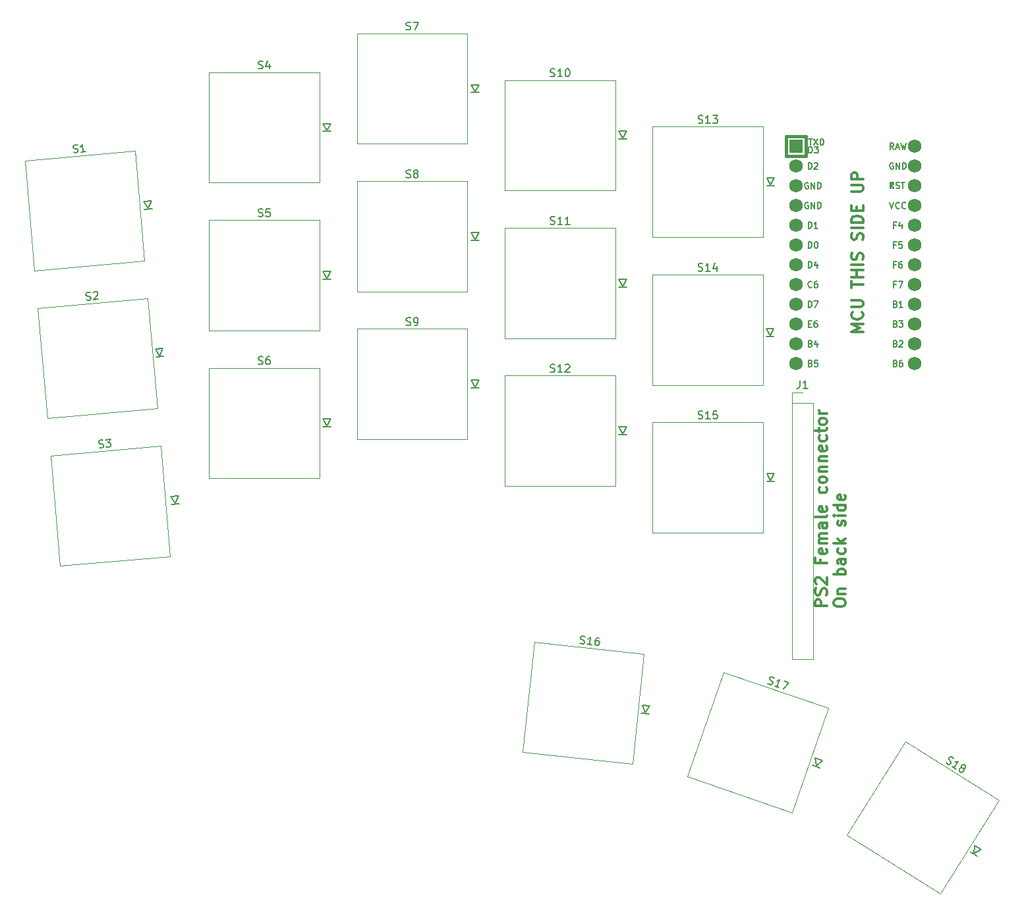
<source format=gbr>
%TF.GenerationSoftware,KiCad,Pcbnew,7.0.7*%
%TF.CreationDate,2023-11-23T18:26:16-07:00*%
%TF.ProjectId,TypestationX - Left,54797065-7374-4617-9469-6f6e58202d20,rev?*%
%TF.SameCoordinates,Original*%
%TF.FileFunction,Legend,Top*%
%TF.FilePolarity,Positive*%
%FSLAX46Y46*%
G04 Gerber Fmt 4.6, Leading zero omitted, Abs format (unit mm)*
G04 Created by KiCad (PCBNEW 7.0.7) date 2023-11-23 18:26:16*
%MOMM*%
%LPD*%
G01*
G04 APERTURE LIST*
%ADD10C,0.300000*%
%ADD11C,0.150000*%
%ADD12C,0.120000*%
%ADD13C,0.381000*%
%ADD14R,1.752600X1.752600*%
%ADD15C,1.752600*%
G04 APERTURE END LIST*
D10*
X115109055Y-118144568D02*
X113609055Y-118144568D01*
X113609055Y-118144568D02*
X113609055Y-117573139D01*
X113609055Y-117573139D02*
X113680484Y-117430282D01*
X113680484Y-117430282D02*
X113751912Y-117358853D01*
X113751912Y-117358853D02*
X113894769Y-117287425D01*
X113894769Y-117287425D02*
X114109055Y-117287425D01*
X114109055Y-117287425D02*
X114251912Y-117358853D01*
X114251912Y-117358853D02*
X114323341Y-117430282D01*
X114323341Y-117430282D02*
X114394769Y-117573139D01*
X114394769Y-117573139D02*
X114394769Y-118144568D01*
X115037627Y-116715996D02*
X115109055Y-116501711D01*
X115109055Y-116501711D02*
X115109055Y-116144568D01*
X115109055Y-116144568D02*
X115037627Y-116001711D01*
X115037627Y-116001711D02*
X114966198Y-115930282D01*
X114966198Y-115930282D02*
X114823341Y-115858853D01*
X114823341Y-115858853D02*
X114680484Y-115858853D01*
X114680484Y-115858853D02*
X114537627Y-115930282D01*
X114537627Y-115930282D02*
X114466198Y-116001711D01*
X114466198Y-116001711D02*
X114394769Y-116144568D01*
X114394769Y-116144568D02*
X114323341Y-116430282D01*
X114323341Y-116430282D02*
X114251912Y-116573139D01*
X114251912Y-116573139D02*
X114180484Y-116644568D01*
X114180484Y-116644568D02*
X114037627Y-116715996D01*
X114037627Y-116715996D02*
X113894769Y-116715996D01*
X113894769Y-116715996D02*
X113751912Y-116644568D01*
X113751912Y-116644568D02*
X113680484Y-116573139D01*
X113680484Y-116573139D02*
X113609055Y-116430282D01*
X113609055Y-116430282D02*
X113609055Y-116073139D01*
X113609055Y-116073139D02*
X113680484Y-115858853D01*
X113751912Y-115287425D02*
X113680484Y-115215997D01*
X113680484Y-115215997D02*
X113609055Y-115073140D01*
X113609055Y-115073140D02*
X113609055Y-114715997D01*
X113609055Y-114715997D02*
X113680484Y-114573140D01*
X113680484Y-114573140D02*
X113751912Y-114501711D01*
X113751912Y-114501711D02*
X113894769Y-114430282D01*
X113894769Y-114430282D02*
X114037627Y-114430282D01*
X114037627Y-114430282D02*
X114251912Y-114501711D01*
X114251912Y-114501711D02*
X115109055Y-115358854D01*
X115109055Y-115358854D02*
X115109055Y-114430282D01*
X114323341Y-112144569D02*
X114323341Y-112644569D01*
X115109055Y-112644569D02*
X113609055Y-112644569D01*
X113609055Y-112644569D02*
X113609055Y-111930283D01*
X115037627Y-110787426D02*
X115109055Y-110930283D01*
X115109055Y-110930283D02*
X115109055Y-111215998D01*
X115109055Y-111215998D02*
X115037627Y-111358855D01*
X115037627Y-111358855D02*
X114894769Y-111430283D01*
X114894769Y-111430283D02*
X114323341Y-111430283D01*
X114323341Y-111430283D02*
X114180484Y-111358855D01*
X114180484Y-111358855D02*
X114109055Y-111215998D01*
X114109055Y-111215998D02*
X114109055Y-110930283D01*
X114109055Y-110930283D02*
X114180484Y-110787426D01*
X114180484Y-110787426D02*
X114323341Y-110715998D01*
X114323341Y-110715998D02*
X114466198Y-110715998D01*
X114466198Y-110715998D02*
X114609055Y-111430283D01*
X115109055Y-110073141D02*
X114109055Y-110073141D01*
X114251912Y-110073141D02*
X114180484Y-110001712D01*
X114180484Y-110001712D02*
X114109055Y-109858855D01*
X114109055Y-109858855D02*
X114109055Y-109644569D01*
X114109055Y-109644569D02*
X114180484Y-109501712D01*
X114180484Y-109501712D02*
X114323341Y-109430284D01*
X114323341Y-109430284D02*
X115109055Y-109430284D01*
X114323341Y-109430284D02*
X114180484Y-109358855D01*
X114180484Y-109358855D02*
X114109055Y-109215998D01*
X114109055Y-109215998D02*
X114109055Y-109001712D01*
X114109055Y-109001712D02*
X114180484Y-108858855D01*
X114180484Y-108858855D02*
X114323341Y-108787426D01*
X114323341Y-108787426D02*
X115109055Y-108787426D01*
X115109055Y-107430284D02*
X114323341Y-107430284D01*
X114323341Y-107430284D02*
X114180484Y-107501712D01*
X114180484Y-107501712D02*
X114109055Y-107644569D01*
X114109055Y-107644569D02*
X114109055Y-107930284D01*
X114109055Y-107930284D02*
X114180484Y-108073141D01*
X115037627Y-107430284D02*
X115109055Y-107573141D01*
X115109055Y-107573141D02*
X115109055Y-107930284D01*
X115109055Y-107930284D02*
X115037627Y-108073141D01*
X115037627Y-108073141D02*
X114894769Y-108144569D01*
X114894769Y-108144569D02*
X114751912Y-108144569D01*
X114751912Y-108144569D02*
X114609055Y-108073141D01*
X114609055Y-108073141D02*
X114537627Y-107930284D01*
X114537627Y-107930284D02*
X114537627Y-107573141D01*
X114537627Y-107573141D02*
X114466198Y-107430284D01*
X115109055Y-106501712D02*
X115037627Y-106644569D01*
X115037627Y-106644569D02*
X114894769Y-106715998D01*
X114894769Y-106715998D02*
X113609055Y-106715998D01*
X115037627Y-105358855D02*
X115109055Y-105501712D01*
X115109055Y-105501712D02*
X115109055Y-105787427D01*
X115109055Y-105787427D02*
X115037627Y-105930284D01*
X115037627Y-105930284D02*
X114894769Y-106001712D01*
X114894769Y-106001712D02*
X114323341Y-106001712D01*
X114323341Y-106001712D02*
X114180484Y-105930284D01*
X114180484Y-105930284D02*
X114109055Y-105787427D01*
X114109055Y-105787427D02*
X114109055Y-105501712D01*
X114109055Y-105501712D02*
X114180484Y-105358855D01*
X114180484Y-105358855D02*
X114323341Y-105287427D01*
X114323341Y-105287427D02*
X114466198Y-105287427D01*
X114466198Y-105287427D02*
X114609055Y-106001712D01*
X115037627Y-102858856D02*
X115109055Y-103001713D01*
X115109055Y-103001713D02*
X115109055Y-103287427D01*
X115109055Y-103287427D02*
X115037627Y-103430284D01*
X115037627Y-103430284D02*
X114966198Y-103501713D01*
X114966198Y-103501713D02*
X114823341Y-103573141D01*
X114823341Y-103573141D02*
X114394769Y-103573141D01*
X114394769Y-103573141D02*
X114251912Y-103501713D01*
X114251912Y-103501713D02*
X114180484Y-103430284D01*
X114180484Y-103430284D02*
X114109055Y-103287427D01*
X114109055Y-103287427D02*
X114109055Y-103001713D01*
X114109055Y-103001713D02*
X114180484Y-102858856D01*
X115109055Y-102001713D02*
X115037627Y-102144570D01*
X115037627Y-102144570D02*
X114966198Y-102215999D01*
X114966198Y-102215999D02*
X114823341Y-102287427D01*
X114823341Y-102287427D02*
X114394769Y-102287427D01*
X114394769Y-102287427D02*
X114251912Y-102215999D01*
X114251912Y-102215999D02*
X114180484Y-102144570D01*
X114180484Y-102144570D02*
X114109055Y-102001713D01*
X114109055Y-102001713D02*
X114109055Y-101787427D01*
X114109055Y-101787427D02*
X114180484Y-101644570D01*
X114180484Y-101644570D02*
X114251912Y-101573142D01*
X114251912Y-101573142D02*
X114394769Y-101501713D01*
X114394769Y-101501713D02*
X114823341Y-101501713D01*
X114823341Y-101501713D02*
X114966198Y-101573142D01*
X114966198Y-101573142D02*
X115037627Y-101644570D01*
X115037627Y-101644570D02*
X115109055Y-101787427D01*
X115109055Y-101787427D02*
X115109055Y-102001713D01*
X114109055Y-100858856D02*
X115109055Y-100858856D01*
X114251912Y-100858856D02*
X114180484Y-100787427D01*
X114180484Y-100787427D02*
X114109055Y-100644570D01*
X114109055Y-100644570D02*
X114109055Y-100430284D01*
X114109055Y-100430284D02*
X114180484Y-100287427D01*
X114180484Y-100287427D02*
X114323341Y-100215999D01*
X114323341Y-100215999D02*
X115109055Y-100215999D01*
X114109055Y-99501713D02*
X115109055Y-99501713D01*
X114251912Y-99501713D02*
X114180484Y-99430284D01*
X114180484Y-99430284D02*
X114109055Y-99287427D01*
X114109055Y-99287427D02*
X114109055Y-99073141D01*
X114109055Y-99073141D02*
X114180484Y-98930284D01*
X114180484Y-98930284D02*
X114323341Y-98858856D01*
X114323341Y-98858856D02*
X115109055Y-98858856D01*
X115037627Y-97573141D02*
X115109055Y-97715998D01*
X115109055Y-97715998D02*
X115109055Y-98001713D01*
X115109055Y-98001713D02*
X115037627Y-98144570D01*
X115037627Y-98144570D02*
X114894769Y-98215998D01*
X114894769Y-98215998D02*
X114323341Y-98215998D01*
X114323341Y-98215998D02*
X114180484Y-98144570D01*
X114180484Y-98144570D02*
X114109055Y-98001713D01*
X114109055Y-98001713D02*
X114109055Y-97715998D01*
X114109055Y-97715998D02*
X114180484Y-97573141D01*
X114180484Y-97573141D02*
X114323341Y-97501713D01*
X114323341Y-97501713D02*
X114466198Y-97501713D01*
X114466198Y-97501713D02*
X114609055Y-98215998D01*
X115037627Y-96215999D02*
X115109055Y-96358856D01*
X115109055Y-96358856D02*
X115109055Y-96644570D01*
X115109055Y-96644570D02*
X115037627Y-96787427D01*
X115037627Y-96787427D02*
X114966198Y-96858856D01*
X114966198Y-96858856D02*
X114823341Y-96930284D01*
X114823341Y-96930284D02*
X114394769Y-96930284D01*
X114394769Y-96930284D02*
X114251912Y-96858856D01*
X114251912Y-96858856D02*
X114180484Y-96787427D01*
X114180484Y-96787427D02*
X114109055Y-96644570D01*
X114109055Y-96644570D02*
X114109055Y-96358856D01*
X114109055Y-96358856D02*
X114180484Y-96215999D01*
X114109055Y-95787427D02*
X114109055Y-95215999D01*
X113609055Y-95573142D02*
X114894769Y-95573142D01*
X114894769Y-95573142D02*
X115037627Y-95501713D01*
X115037627Y-95501713D02*
X115109055Y-95358856D01*
X115109055Y-95358856D02*
X115109055Y-95215999D01*
X115109055Y-94501713D02*
X115037627Y-94644570D01*
X115037627Y-94644570D02*
X114966198Y-94715999D01*
X114966198Y-94715999D02*
X114823341Y-94787427D01*
X114823341Y-94787427D02*
X114394769Y-94787427D01*
X114394769Y-94787427D02*
X114251912Y-94715999D01*
X114251912Y-94715999D02*
X114180484Y-94644570D01*
X114180484Y-94644570D02*
X114109055Y-94501713D01*
X114109055Y-94501713D02*
X114109055Y-94287427D01*
X114109055Y-94287427D02*
X114180484Y-94144570D01*
X114180484Y-94144570D02*
X114251912Y-94073142D01*
X114251912Y-94073142D02*
X114394769Y-94001713D01*
X114394769Y-94001713D02*
X114823341Y-94001713D01*
X114823341Y-94001713D02*
X114966198Y-94073142D01*
X114966198Y-94073142D02*
X115037627Y-94144570D01*
X115037627Y-94144570D02*
X115109055Y-94287427D01*
X115109055Y-94287427D02*
X115109055Y-94501713D01*
X115109055Y-93358856D02*
X114109055Y-93358856D01*
X114394769Y-93358856D02*
X114251912Y-93287427D01*
X114251912Y-93287427D02*
X114180484Y-93215999D01*
X114180484Y-93215999D02*
X114109055Y-93073141D01*
X114109055Y-93073141D02*
X114109055Y-92930284D01*
X116024055Y-117858853D02*
X116024055Y-117573139D01*
X116024055Y-117573139D02*
X116095484Y-117430282D01*
X116095484Y-117430282D02*
X116238341Y-117287425D01*
X116238341Y-117287425D02*
X116524055Y-117215996D01*
X116524055Y-117215996D02*
X117024055Y-117215996D01*
X117024055Y-117215996D02*
X117309769Y-117287425D01*
X117309769Y-117287425D02*
X117452627Y-117430282D01*
X117452627Y-117430282D02*
X117524055Y-117573139D01*
X117524055Y-117573139D02*
X117524055Y-117858853D01*
X117524055Y-117858853D02*
X117452627Y-118001711D01*
X117452627Y-118001711D02*
X117309769Y-118144568D01*
X117309769Y-118144568D02*
X117024055Y-118215996D01*
X117024055Y-118215996D02*
X116524055Y-118215996D01*
X116524055Y-118215996D02*
X116238341Y-118144568D01*
X116238341Y-118144568D02*
X116095484Y-118001711D01*
X116095484Y-118001711D02*
X116024055Y-117858853D01*
X116524055Y-116573139D02*
X117524055Y-116573139D01*
X116666912Y-116573139D02*
X116595484Y-116501710D01*
X116595484Y-116501710D02*
X116524055Y-116358853D01*
X116524055Y-116358853D02*
X116524055Y-116144567D01*
X116524055Y-116144567D02*
X116595484Y-116001710D01*
X116595484Y-116001710D02*
X116738341Y-115930282D01*
X116738341Y-115930282D02*
X117524055Y-115930282D01*
X117524055Y-114073139D02*
X116024055Y-114073139D01*
X116595484Y-114073139D02*
X116524055Y-113930282D01*
X116524055Y-113930282D02*
X116524055Y-113644567D01*
X116524055Y-113644567D02*
X116595484Y-113501710D01*
X116595484Y-113501710D02*
X116666912Y-113430282D01*
X116666912Y-113430282D02*
X116809769Y-113358853D01*
X116809769Y-113358853D02*
X117238341Y-113358853D01*
X117238341Y-113358853D02*
X117381198Y-113430282D01*
X117381198Y-113430282D02*
X117452627Y-113501710D01*
X117452627Y-113501710D02*
X117524055Y-113644567D01*
X117524055Y-113644567D02*
X117524055Y-113930282D01*
X117524055Y-113930282D02*
X117452627Y-114073139D01*
X117524055Y-112073139D02*
X116738341Y-112073139D01*
X116738341Y-112073139D02*
X116595484Y-112144567D01*
X116595484Y-112144567D02*
X116524055Y-112287424D01*
X116524055Y-112287424D02*
X116524055Y-112573139D01*
X116524055Y-112573139D02*
X116595484Y-112715996D01*
X117452627Y-112073139D02*
X117524055Y-112215996D01*
X117524055Y-112215996D02*
X117524055Y-112573139D01*
X117524055Y-112573139D02*
X117452627Y-112715996D01*
X117452627Y-112715996D02*
X117309769Y-112787424D01*
X117309769Y-112787424D02*
X117166912Y-112787424D01*
X117166912Y-112787424D02*
X117024055Y-112715996D01*
X117024055Y-112715996D02*
X116952627Y-112573139D01*
X116952627Y-112573139D02*
X116952627Y-112215996D01*
X116952627Y-112215996D02*
X116881198Y-112073139D01*
X117452627Y-110715996D02*
X117524055Y-110858853D01*
X117524055Y-110858853D02*
X117524055Y-111144567D01*
X117524055Y-111144567D02*
X117452627Y-111287424D01*
X117452627Y-111287424D02*
X117381198Y-111358853D01*
X117381198Y-111358853D02*
X117238341Y-111430281D01*
X117238341Y-111430281D02*
X116809769Y-111430281D01*
X116809769Y-111430281D02*
X116666912Y-111358853D01*
X116666912Y-111358853D02*
X116595484Y-111287424D01*
X116595484Y-111287424D02*
X116524055Y-111144567D01*
X116524055Y-111144567D02*
X116524055Y-110858853D01*
X116524055Y-110858853D02*
X116595484Y-110715996D01*
X117524055Y-110073139D02*
X116024055Y-110073139D01*
X116952627Y-109930282D02*
X117524055Y-109501710D01*
X116524055Y-109501710D02*
X117095484Y-110073139D01*
X117452627Y-107787424D02*
X117524055Y-107644567D01*
X117524055Y-107644567D02*
X117524055Y-107358853D01*
X117524055Y-107358853D02*
X117452627Y-107215996D01*
X117452627Y-107215996D02*
X117309769Y-107144567D01*
X117309769Y-107144567D02*
X117238341Y-107144567D01*
X117238341Y-107144567D02*
X117095484Y-107215996D01*
X117095484Y-107215996D02*
X117024055Y-107358853D01*
X117024055Y-107358853D02*
X117024055Y-107573139D01*
X117024055Y-107573139D02*
X116952627Y-107715996D01*
X116952627Y-107715996D02*
X116809769Y-107787424D01*
X116809769Y-107787424D02*
X116738341Y-107787424D01*
X116738341Y-107787424D02*
X116595484Y-107715996D01*
X116595484Y-107715996D02*
X116524055Y-107573139D01*
X116524055Y-107573139D02*
X116524055Y-107358853D01*
X116524055Y-107358853D02*
X116595484Y-107215996D01*
X117524055Y-106501710D02*
X116524055Y-106501710D01*
X116024055Y-106501710D02*
X116095484Y-106573138D01*
X116095484Y-106573138D02*
X116166912Y-106501710D01*
X116166912Y-106501710D02*
X116095484Y-106430281D01*
X116095484Y-106430281D02*
X116024055Y-106501710D01*
X116024055Y-106501710D02*
X116166912Y-106501710D01*
X117524055Y-105144567D02*
X116024055Y-105144567D01*
X117452627Y-105144567D02*
X117524055Y-105287424D01*
X117524055Y-105287424D02*
X117524055Y-105573138D01*
X117524055Y-105573138D02*
X117452627Y-105715995D01*
X117452627Y-105715995D02*
X117381198Y-105787424D01*
X117381198Y-105787424D02*
X117238341Y-105858852D01*
X117238341Y-105858852D02*
X116809769Y-105858852D01*
X116809769Y-105858852D02*
X116666912Y-105787424D01*
X116666912Y-105787424D02*
X116595484Y-105715995D01*
X116595484Y-105715995D02*
X116524055Y-105573138D01*
X116524055Y-105573138D02*
X116524055Y-105287424D01*
X116524055Y-105287424D02*
X116595484Y-105144567D01*
X117452627Y-103858852D02*
X117524055Y-104001709D01*
X117524055Y-104001709D02*
X117524055Y-104287424D01*
X117524055Y-104287424D02*
X117452627Y-104430281D01*
X117452627Y-104430281D02*
X117309769Y-104501709D01*
X117309769Y-104501709D02*
X116738341Y-104501709D01*
X116738341Y-104501709D02*
X116595484Y-104430281D01*
X116595484Y-104430281D02*
X116524055Y-104287424D01*
X116524055Y-104287424D02*
X116524055Y-104001709D01*
X116524055Y-104001709D02*
X116595484Y-103858852D01*
X116595484Y-103858852D02*
X116738341Y-103787424D01*
X116738341Y-103787424D02*
X116881198Y-103787424D01*
X116881198Y-103787424D02*
X117024055Y-104501709D01*
X119774055Y-82894568D02*
X118274055Y-82894568D01*
X118274055Y-82894568D02*
X119345484Y-82394568D01*
X119345484Y-82394568D02*
X118274055Y-81894568D01*
X118274055Y-81894568D02*
X119774055Y-81894568D01*
X119631198Y-80323139D02*
X119702627Y-80394567D01*
X119702627Y-80394567D02*
X119774055Y-80608853D01*
X119774055Y-80608853D02*
X119774055Y-80751710D01*
X119774055Y-80751710D02*
X119702627Y-80965996D01*
X119702627Y-80965996D02*
X119559769Y-81108853D01*
X119559769Y-81108853D02*
X119416912Y-81180282D01*
X119416912Y-81180282D02*
X119131198Y-81251710D01*
X119131198Y-81251710D02*
X118916912Y-81251710D01*
X118916912Y-81251710D02*
X118631198Y-81180282D01*
X118631198Y-81180282D02*
X118488341Y-81108853D01*
X118488341Y-81108853D02*
X118345484Y-80965996D01*
X118345484Y-80965996D02*
X118274055Y-80751710D01*
X118274055Y-80751710D02*
X118274055Y-80608853D01*
X118274055Y-80608853D02*
X118345484Y-80394567D01*
X118345484Y-80394567D02*
X118416912Y-80323139D01*
X118274055Y-79680282D02*
X119488341Y-79680282D01*
X119488341Y-79680282D02*
X119631198Y-79608853D01*
X119631198Y-79608853D02*
X119702627Y-79537425D01*
X119702627Y-79537425D02*
X119774055Y-79394567D01*
X119774055Y-79394567D02*
X119774055Y-79108853D01*
X119774055Y-79108853D02*
X119702627Y-78965996D01*
X119702627Y-78965996D02*
X119631198Y-78894567D01*
X119631198Y-78894567D02*
X119488341Y-78823139D01*
X119488341Y-78823139D02*
X118274055Y-78823139D01*
X118274055Y-77180281D02*
X118274055Y-76323139D01*
X119774055Y-76751710D02*
X118274055Y-76751710D01*
X119774055Y-75823139D02*
X118274055Y-75823139D01*
X118988341Y-75823139D02*
X118988341Y-74965996D01*
X119774055Y-74965996D02*
X118274055Y-74965996D01*
X119774055Y-74251710D02*
X118274055Y-74251710D01*
X119702627Y-73608852D02*
X119774055Y-73394567D01*
X119774055Y-73394567D02*
X119774055Y-73037424D01*
X119774055Y-73037424D02*
X119702627Y-72894567D01*
X119702627Y-72894567D02*
X119631198Y-72823138D01*
X119631198Y-72823138D02*
X119488341Y-72751709D01*
X119488341Y-72751709D02*
X119345484Y-72751709D01*
X119345484Y-72751709D02*
X119202627Y-72823138D01*
X119202627Y-72823138D02*
X119131198Y-72894567D01*
X119131198Y-72894567D02*
X119059769Y-73037424D01*
X119059769Y-73037424D02*
X118988341Y-73323138D01*
X118988341Y-73323138D02*
X118916912Y-73465995D01*
X118916912Y-73465995D02*
X118845484Y-73537424D01*
X118845484Y-73537424D02*
X118702627Y-73608852D01*
X118702627Y-73608852D02*
X118559769Y-73608852D01*
X118559769Y-73608852D02*
X118416912Y-73537424D01*
X118416912Y-73537424D02*
X118345484Y-73465995D01*
X118345484Y-73465995D02*
X118274055Y-73323138D01*
X118274055Y-73323138D02*
X118274055Y-72965995D01*
X118274055Y-72965995D02*
X118345484Y-72751709D01*
X119702627Y-71037424D02*
X119774055Y-70823139D01*
X119774055Y-70823139D02*
X119774055Y-70465996D01*
X119774055Y-70465996D02*
X119702627Y-70323139D01*
X119702627Y-70323139D02*
X119631198Y-70251710D01*
X119631198Y-70251710D02*
X119488341Y-70180281D01*
X119488341Y-70180281D02*
X119345484Y-70180281D01*
X119345484Y-70180281D02*
X119202627Y-70251710D01*
X119202627Y-70251710D02*
X119131198Y-70323139D01*
X119131198Y-70323139D02*
X119059769Y-70465996D01*
X119059769Y-70465996D02*
X118988341Y-70751710D01*
X118988341Y-70751710D02*
X118916912Y-70894567D01*
X118916912Y-70894567D02*
X118845484Y-70965996D01*
X118845484Y-70965996D02*
X118702627Y-71037424D01*
X118702627Y-71037424D02*
X118559769Y-71037424D01*
X118559769Y-71037424D02*
X118416912Y-70965996D01*
X118416912Y-70965996D02*
X118345484Y-70894567D01*
X118345484Y-70894567D02*
X118274055Y-70751710D01*
X118274055Y-70751710D02*
X118274055Y-70394567D01*
X118274055Y-70394567D02*
X118345484Y-70180281D01*
X119774055Y-69537425D02*
X118274055Y-69537425D01*
X119774055Y-68823139D02*
X118274055Y-68823139D01*
X118274055Y-68823139D02*
X118274055Y-68465996D01*
X118274055Y-68465996D02*
X118345484Y-68251710D01*
X118345484Y-68251710D02*
X118488341Y-68108853D01*
X118488341Y-68108853D02*
X118631198Y-68037424D01*
X118631198Y-68037424D02*
X118916912Y-67965996D01*
X118916912Y-67965996D02*
X119131198Y-67965996D01*
X119131198Y-67965996D02*
X119416912Y-68037424D01*
X119416912Y-68037424D02*
X119559769Y-68108853D01*
X119559769Y-68108853D02*
X119702627Y-68251710D01*
X119702627Y-68251710D02*
X119774055Y-68465996D01*
X119774055Y-68465996D02*
X119774055Y-68823139D01*
X118988341Y-67323139D02*
X118988341Y-66823139D01*
X119774055Y-66608853D02*
X119774055Y-67323139D01*
X119774055Y-67323139D02*
X118274055Y-67323139D01*
X118274055Y-67323139D02*
X118274055Y-66608853D01*
X118274055Y-64823139D02*
X119488341Y-64823139D01*
X119488341Y-64823139D02*
X119631198Y-64751710D01*
X119631198Y-64751710D02*
X119702627Y-64680282D01*
X119702627Y-64680282D02*
X119774055Y-64537424D01*
X119774055Y-64537424D02*
X119774055Y-64251710D01*
X119774055Y-64251710D02*
X119702627Y-64108853D01*
X119702627Y-64108853D02*
X119631198Y-64037424D01*
X119631198Y-64037424D02*
X119488341Y-63965996D01*
X119488341Y-63965996D02*
X118274055Y-63965996D01*
X119774055Y-63251710D02*
X118274055Y-63251710D01*
X118274055Y-63251710D02*
X118274055Y-62680281D01*
X118274055Y-62680281D02*
X118345484Y-62537424D01*
X118345484Y-62537424D02*
X118416912Y-62465995D01*
X118416912Y-62465995D02*
X118559769Y-62394567D01*
X118559769Y-62394567D02*
X118774055Y-62394567D01*
X118774055Y-62394567D02*
X118916912Y-62465995D01*
X118916912Y-62465995D02*
X118988341Y-62537424D01*
X118988341Y-62537424D02*
X119059769Y-62680281D01*
X119059769Y-62680281D02*
X119059769Y-63251710D01*
D11*
X61085476Y-63010831D02*
X61228333Y-63058450D01*
X61228333Y-63058450D02*
X61466428Y-63058450D01*
X61466428Y-63058450D02*
X61561666Y-63010831D01*
X61561666Y-63010831D02*
X61609285Y-62963211D01*
X61609285Y-62963211D02*
X61656904Y-62867973D01*
X61656904Y-62867973D02*
X61656904Y-62772735D01*
X61656904Y-62772735D02*
X61609285Y-62677497D01*
X61609285Y-62677497D02*
X61561666Y-62629878D01*
X61561666Y-62629878D02*
X61466428Y-62582259D01*
X61466428Y-62582259D02*
X61275952Y-62534640D01*
X61275952Y-62534640D02*
X61180714Y-62487021D01*
X61180714Y-62487021D02*
X61133095Y-62439402D01*
X61133095Y-62439402D02*
X61085476Y-62344164D01*
X61085476Y-62344164D02*
X61085476Y-62248926D01*
X61085476Y-62248926D02*
X61133095Y-62153688D01*
X61133095Y-62153688D02*
X61180714Y-62106069D01*
X61180714Y-62106069D02*
X61275952Y-62058450D01*
X61275952Y-62058450D02*
X61514047Y-62058450D01*
X61514047Y-62058450D02*
X61656904Y-62106069D01*
X62228333Y-62487021D02*
X62133095Y-62439402D01*
X62133095Y-62439402D02*
X62085476Y-62391783D01*
X62085476Y-62391783D02*
X62037857Y-62296545D01*
X62037857Y-62296545D02*
X62037857Y-62248926D01*
X62037857Y-62248926D02*
X62085476Y-62153688D01*
X62085476Y-62153688D02*
X62133095Y-62106069D01*
X62133095Y-62106069D02*
X62228333Y-62058450D01*
X62228333Y-62058450D02*
X62418809Y-62058450D01*
X62418809Y-62058450D02*
X62514047Y-62106069D01*
X62514047Y-62106069D02*
X62561666Y-62153688D01*
X62561666Y-62153688D02*
X62609285Y-62248926D01*
X62609285Y-62248926D02*
X62609285Y-62296545D01*
X62609285Y-62296545D02*
X62561666Y-62391783D01*
X62561666Y-62391783D02*
X62514047Y-62439402D01*
X62514047Y-62439402D02*
X62418809Y-62487021D01*
X62418809Y-62487021D02*
X62228333Y-62487021D01*
X62228333Y-62487021D02*
X62133095Y-62534640D01*
X62133095Y-62534640D02*
X62085476Y-62582259D01*
X62085476Y-62582259D02*
X62037857Y-62677497D01*
X62037857Y-62677497D02*
X62037857Y-62867973D01*
X62037857Y-62867973D02*
X62085476Y-62963211D01*
X62085476Y-62963211D02*
X62133095Y-63010831D01*
X62133095Y-63010831D02*
X62228333Y-63058450D01*
X62228333Y-63058450D02*
X62418809Y-63058450D01*
X62418809Y-63058450D02*
X62514047Y-63010831D01*
X62514047Y-63010831D02*
X62561666Y-62963211D01*
X62561666Y-62963211D02*
X62609285Y-62867973D01*
X62609285Y-62867973D02*
X62609285Y-62677497D01*
X62609285Y-62677497D02*
X62561666Y-62582259D01*
X62561666Y-62582259D02*
X62514047Y-62534640D01*
X62514047Y-62534640D02*
X62418809Y-62487021D01*
X79609286Y-69010831D02*
X79752143Y-69058450D01*
X79752143Y-69058450D02*
X79990238Y-69058450D01*
X79990238Y-69058450D02*
X80085476Y-69010831D01*
X80085476Y-69010831D02*
X80133095Y-68963211D01*
X80133095Y-68963211D02*
X80180714Y-68867973D01*
X80180714Y-68867973D02*
X80180714Y-68772735D01*
X80180714Y-68772735D02*
X80133095Y-68677497D01*
X80133095Y-68677497D02*
X80085476Y-68629878D01*
X80085476Y-68629878D02*
X79990238Y-68582259D01*
X79990238Y-68582259D02*
X79799762Y-68534640D01*
X79799762Y-68534640D02*
X79704524Y-68487021D01*
X79704524Y-68487021D02*
X79656905Y-68439402D01*
X79656905Y-68439402D02*
X79609286Y-68344164D01*
X79609286Y-68344164D02*
X79609286Y-68248926D01*
X79609286Y-68248926D02*
X79656905Y-68153688D01*
X79656905Y-68153688D02*
X79704524Y-68106069D01*
X79704524Y-68106069D02*
X79799762Y-68058450D01*
X79799762Y-68058450D02*
X80037857Y-68058450D01*
X80037857Y-68058450D02*
X80180714Y-68106069D01*
X81133095Y-69058450D02*
X80561667Y-69058450D01*
X80847381Y-69058450D02*
X80847381Y-68058450D01*
X80847381Y-68058450D02*
X80752143Y-68201307D01*
X80752143Y-68201307D02*
X80656905Y-68296545D01*
X80656905Y-68296545D02*
X80561667Y-68344164D01*
X82085476Y-69058450D02*
X81514048Y-69058450D01*
X81799762Y-69058450D02*
X81799762Y-68058450D01*
X81799762Y-68058450D02*
X81704524Y-68201307D01*
X81704524Y-68201307D02*
X81609286Y-68296545D01*
X81609286Y-68296545D02*
X81514048Y-68344164D01*
X19990408Y-78777675D02*
X20136872Y-78812662D01*
X20136872Y-78812662D02*
X20374061Y-78791911D01*
X20374061Y-78791911D02*
X20464786Y-78736173D01*
X20464786Y-78736173D02*
X20508074Y-78684585D01*
X20508074Y-78684585D02*
X20547211Y-78585559D01*
X20547211Y-78585559D02*
X20538911Y-78490683D01*
X20538911Y-78490683D02*
X20483172Y-78399957D01*
X20483172Y-78399957D02*
X20431584Y-78356670D01*
X20431584Y-78356670D02*
X20332558Y-78317533D01*
X20332558Y-78317533D02*
X20138656Y-78286696D01*
X20138656Y-78286696D02*
X20039630Y-78247559D01*
X20039630Y-78247559D02*
X19988042Y-78204271D01*
X19988042Y-78204271D02*
X19932304Y-78113546D01*
X19932304Y-78113546D02*
X19924003Y-78018670D01*
X19924003Y-78018670D02*
X19963141Y-77919644D01*
X19963141Y-77919644D02*
X20006428Y-77868056D01*
X20006428Y-77868056D02*
X20097154Y-77812317D01*
X20097154Y-77812317D02*
X20334343Y-77791566D01*
X20334343Y-77791566D02*
X20480807Y-77826553D01*
X20864460Y-77840789D02*
X20907747Y-77789201D01*
X20907747Y-77789201D02*
X20998473Y-77733462D01*
X20998473Y-77733462D02*
X21235662Y-77712711D01*
X21235662Y-77712711D02*
X21334688Y-77751848D01*
X21334688Y-77751848D02*
X21386276Y-77795136D01*
X21386276Y-77795136D02*
X21442014Y-77885861D01*
X21442014Y-77885861D02*
X21450315Y-77980737D01*
X21450315Y-77980737D02*
X21415328Y-78127201D01*
X21415328Y-78127201D02*
X20895877Y-78746258D01*
X20895877Y-78746258D02*
X21512569Y-78692304D01*
X42085476Y-68010831D02*
X42228333Y-68058450D01*
X42228333Y-68058450D02*
X42466428Y-68058450D01*
X42466428Y-68058450D02*
X42561666Y-68010831D01*
X42561666Y-68010831D02*
X42609285Y-67963211D01*
X42609285Y-67963211D02*
X42656904Y-67867973D01*
X42656904Y-67867973D02*
X42656904Y-67772735D01*
X42656904Y-67772735D02*
X42609285Y-67677497D01*
X42609285Y-67677497D02*
X42561666Y-67629878D01*
X42561666Y-67629878D02*
X42466428Y-67582259D01*
X42466428Y-67582259D02*
X42275952Y-67534640D01*
X42275952Y-67534640D02*
X42180714Y-67487021D01*
X42180714Y-67487021D02*
X42133095Y-67439402D01*
X42133095Y-67439402D02*
X42085476Y-67344164D01*
X42085476Y-67344164D02*
X42085476Y-67248926D01*
X42085476Y-67248926D02*
X42133095Y-67153688D01*
X42133095Y-67153688D02*
X42180714Y-67106069D01*
X42180714Y-67106069D02*
X42275952Y-67058450D01*
X42275952Y-67058450D02*
X42514047Y-67058450D01*
X42514047Y-67058450D02*
X42656904Y-67106069D01*
X43561666Y-67058450D02*
X43085476Y-67058450D01*
X43085476Y-67058450D02*
X43037857Y-67534640D01*
X43037857Y-67534640D02*
X43085476Y-67487021D01*
X43085476Y-67487021D02*
X43180714Y-67439402D01*
X43180714Y-67439402D02*
X43418809Y-67439402D01*
X43418809Y-67439402D02*
X43514047Y-67487021D01*
X43514047Y-67487021D02*
X43561666Y-67534640D01*
X43561666Y-67534640D02*
X43609285Y-67629878D01*
X43609285Y-67629878D02*
X43609285Y-67867973D01*
X43609285Y-67867973D02*
X43561666Y-67963211D01*
X43561666Y-67963211D02*
X43514047Y-68010831D01*
X43514047Y-68010831D02*
X43418809Y-68058450D01*
X43418809Y-68058450D02*
X43180714Y-68058450D01*
X43180714Y-68058450D02*
X43085476Y-68010831D01*
X43085476Y-68010831D02*
X43037857Y-67963211D01*
X42085476Y-87010831D02*
X42228333Y-87058450D01*
X42228333Y-87058450D02*
X42466428Y-87058450D01*
X42466428Y-87058450D02*
X42561666Y-87010831D01*
X42561666Y-87010831D02*
X42609285Y-86963211D01*
X42609285Y-86963211D02*
X42656904Y-86867973D01*
X42656904Y-86867973D02*
X42656904Y-86772735D01*
X42656904Y-86772735D02*
X42609285Y-86677497D01*
X42609285Y-86677497D02*
X42561666Y-86629878D01*
X42561666Y-86629878D02*
X42466428Y-86582259D01*
X42466428Y-86582259D02*
X42275952Y-86534640D01*
X42275952Y-86534640D02*
X42180714Y-86487021D01*
X42180714Y-86487021D02*
X42133095Y-86439402D01*
X42133095Y-86439402D02*
X42085476Y-86344164D01*
X42085476Y-86344164D02*
X42085476Y-86248926D01*
X42085476Y-86248926D02*
X42133095Y-86153688D01*
X42133095Y-86153688D02*
X42180714Y-86106069D01*
X42180714Y-86106069D02*
X42275952Y-86058450D01*
X42275952Y-86058450D02*
X42514047Y-86058450D01*
X42514047Y-86058450D02*
X42656904Y-86106069D01*
X43514047Y-86058450D02*
X43323571Y-86058450D01*
X43323571Y-86058450D02*
X43228333Y-86106069D01*
X43228333Y-86106069D02*
X43180714Y-86153688D01*
X43180714Y-86153688D02*
X43085476Y-86296545D01*
X43085476Y-86296545D02*
X43037857Y-86487021D01*
X43037857Y-86487021D02*
X43037857Y-86867973D01*
X43037857Y-86867973D02*
X43085476Y-86963211D01*
X43085476Y-86963211D02*
X43133095Y-87010831D01*
X43133095Y-87010831D02*
X43228333Y-87058450D01*
X43228333Y-87058450D02*
X43418809Y-87058450D01*
X43418809Y-87058450D02*
X43514047Y-87010831D01*
X43514047Y-87010831D02*
X43561666Y-86963211D01*
X43561666Y-86963211D02*
X43609285Y-86867973D01*
X43609285Y-86867973D02*
X43609285Y-86629878D01*
X43609285Y-86629878D02*
X43561666Y-86534640D01*
X43561666Y-86534640D02*
X43514047Y-86487021D01*
X43514047Y-86487021D02*
X43418809Y-86439402D01*
X43418809Y-86439402D02*
X43228333Y-86439402D01*
X43228333Y-86439402D02*
X43133095Y-86487021D01*
X43133095Y-86487021D02*
X43085476Y-86534640D01*
X43085476Y-86534640D02*
X43037857Y-86629878D01*
X18353131Y-59807910D02*
X18499595Y-59842897D01*
X18499595Y-59842897D02*
X18736784Y-59822146D01*
X18736784Y-59822146D02*
X18827509Y-59766408D01*
X18827509Y-59766408D02*
X18870797Y-59714820D01*
X18870797Y-59714820D02*
X18909934Y-59615794D01*
X18909934Y-59615794D02*
X18901634Y-59520918D01*
X18901634Y-59520918D02*
X18845895Y-59430192D01*
X18845895Y-59430192D02*
X18794307Y-59386905D01*
X18794307Y-59386905D02*
X18695281Y-59347768D01*
X18695281Y-59347768D02*
X18501379Y-59316931D01*
X18501379Y-59316931D02*
X18402353Y-59277794D01*
X18402353Y-59277794D02*
X18350765Y-59234506D01*
X18350765Y-59234506D02*
X18295027Y-59143781D01*
X18295027Y-59143781D02*
X18286726Y-59048905D01*
X18286726Y-59048905D02*
X18325864Y-58949879D01*
X18325864Y-58949879D02*
X18369151Y-58898291D01*
X18369151Y-58898291D02*
X18459877Y-58842552D01*
X18459877Y-58842552D02*
X18697066Y-58821801D01*
X18697066Y-58821801D02*
X18843530Y-58856788D01*
X19875292Y-59722539D02*
X19306038Y-59772343D01*
X19590665Y-59747441D02*
X19503509Y-58751246D01*
X19503509Y-58751246D02*
X19421084Y-58901860D01*
X19421084Y-58901860D02*
X19334509Y-59005037D01*
X19334509Y-59005037D02*
X19243784Y-59060775D01*
X61085476Y-44010831D02*
X61228333Y-44058450D01*
X61228333Y-44058450D02*
X61466428Y-44058450D01*
X61466428Y-44058450D02*
X61561666Y-44010831D01*
X61561666Y-44010831D02*
X61609285Y-43963211D01*
X61609285Y-43963211D02*
X61656904Y-43867973D01*
X61656904Y-43867973D02*
X61656904Y-43772735D01*
X61656904Y-43772735D02*
X61609285Y-43677497D01*
X61609285Y-43677497D02*
X61561666Y-43629878D01*
X61561666Y-43629878D02*
X61466428Y-43582259D01*
X61466428Y-43582259D02*
X61275952Y-43534640D01*
X61275952Y-43534640D02*
X61180714Y-43487021D01*
X61180714Y-43487021D02*
X61133095Y-43439402D01*
X61133095Y-43439402D02*
X61085476Y-43344164D01*
X61085476Y-43344164D02*
X61085476Y-43248926D01*
X61085476Y-43248926D02*
X61133095Y-43153688D01*
X61133095Y-43153688D02*
X61180714Y-43106069D01*
X61180714Y-43106069D02*
X61275952Y-43058450D01*
X61275952Y-43058450D02*
X61514047Y-43058450D01*
X61514047Y-43058450D02*
X61656904Y-43106069D01*
X61990238Y-43058450D02*
X62656904Y-43058450D01*
X62656904Y-43058450D02*
X62228333Y-44058450D01*
X83404679Y-122911417D02*
X83541776Y-122973707D01*
X83541776Y-122973707D02*
X83778567Y-122998595D01*
X83778567Y-122998595D02*
X83878261Y-122961192D01*
X83878261Y-122961192D02*
X83930597Y-122918811D01*
X83930597Y-122918811D02*
X83987910Y-122829073D01*
X83987910Y-122829073D02*
X83997865Y-122734356D01*
X83997865Y-122734356D02*
X83960462Y-122634662D01*
X83960462Y-122634662D02*
X83918081Y-122582327D01*
X83918081Y-122582327D02*
X83828343Y-122525013D01*
X83828343Y-122525013D02*
X83643887Y-122457745D01*
X83643887Y-122457745D02*
X83554148Y-122400432D01*
X83554148Y-122400432D02*
X83511768Y-122348096D01*
X83511768Y-122348096D02*
X83474365Y-122248402D01*
X83474365Y-122248402D02*
X83484320Y-122153686D01*
X83484320Y-122153686D02*
X83541633Y-122063947D01*
X83541633Y-122063947D02*
X83593969Y-122021566D01*
X83593969Y-122021566D02*
X83693663Y-121984163D01*
X83693663Y-121984163D02*
X83930454Y-122009051D01*
X83930454Y-122009051D02*
X84067551Y-122071342D01*
X84915164Y-123118056D02*
X84346865Y-123058326D01*
X84631014Y-123088191D02*
X84735543Y-122093669D01*
X84735543Y-122093669D02*
X84625894Y-122225789D01*
X84625894Y-122225789D02*
X84521222Y-122310550D01*
X84521222Y-122310550D02*
X84421529Y-122347953D01*
X85872139Y-122213130D02*
X85682707Y-122193220D01*
X85682707Y-122193220D02*
X85583013Y-122230623D01*
X85583013Y-122230623D02*
X85530677Y-122273004D01*
X85530677Y-122273004D02*
X85421028Y-122405123D01*
X85421028Y-122405123D02*
X85353760Y-122589578D01*
X85353760Y-122589578D02*
X85313939Y-122968444D01*
X85313939Y-122968444D02*
X85351342Y-123068138D01*
X85351342Y-123068138D02*
X85393723Y-123120474D01*
X85393723Y-123120474D02*
X85483462Y-123177787D01*
X85483462Y-123177787D02*
X85672895Y-123197697D01*
X85672895Y-123197697D02*
X85772588Y-123160294D01*
X85772588Y-123160294D02*
X85824924Y-123117913D01*
X85824924Y-123117913D02*
X85882237Y-123028175D01*
X85882237Y-123028175D02*
X85907125Y-122791384D01*
X85907125Y-122791384D02*
X85869722Y-122691690D01*
X85869722Y-122691690D02*
X85827341Y-122639354D01*
X85827341Y-122639354D02*
X85737603Y-122582041D01*
X85737603Y-122582041D02*
X85548170Y-122562130D01*
X85548170Y-122562130D02*
X85448476Y-122599534D01*
X85448476Y-122599534D02*
X85396140Y-122641914D01*
X85396140Y-122641914D02*
X85338827Y-122731653D01*
X79609286Y-50010831D02*
X79752143Y-50058450D01*
X79752143Y-50058450D02*
X79990238Y-50058450D01*
X79990238Y-50058450D02*
X80085476Y-50010831D01*
X80085476Y-50010831D02*
X80133095Y-49963211D01*
X80133095Y-49963211D02*
X80180714Y-49867973D01*
X80180714Y-49867973D02*
X80180714Y-49772735D01*
X80180714Y-49772735D02*
X80133095Y-49677497D01*
X80133095Y-49677497D02*
X80085476Y-49629878D01*
X80085476Y-49629878D02*
X79990238Y-49582259D01*
X79990238Y-49582259D02*
X79799762Y-49534640D01*
X79799762Y-49534640D02*
X79704524Y-49487021D01*
X79704524Y-49487021D02*
X79656905Y-49439402D01*
X79656905Y-49439402D02*
X79609286Y-49344164D01*
X79609286Y-49344164D02*
X79609286Y-49248926D01*
X79609286Y-49248926D02*
X79656905Y-49153688D01*
X79656905Y-49153688D02*
X79704524Y-49106069D01*
X79704524Y-49106069D02*
X79799762Y-49058450D01*
X79799762Y-49058450D02*
X80037857Y-49058450D01*
X80037857Y-49058450D02*
X80180714Y-49106069D01*
X81133095Y-50058450D02*
X80561667Y-50058450D01*
X80847381Y-50058450D02*
X80847381Y-49058450D01*
X80847381Y-49058450D02*
X80752143Y-49201307D01*
X80752143Y-49201307D02*
X80656905Y-49296545D01*
X80656905Y-49296545D02*
X80561667Y-49344164D01*
X81752143Y-49058450D02*
X81847381Y-49058450D01*
X81847381Y-49058450D02*
X81942619Y-49106069D01*
X81942619Y-49106069D02*
X81990238Y-49153688D01*
X81990238Y-49153688D02*
X82037857Y-49248926D01*
X82037857Y-49248926D02*
X82085476Y-49439402D01*
X82085476Y-49439402D02*
X82085476Y-49677497D01*
X82085476Y-49677497D02*
X82037857Y-49867973D01*
X82037857Y-49867973D02*
X81990238Y-49963211D01*
X81990238Y-49963211D02*
X81942619Y-50010831D01*
X81942619Y-50010831D02*
X81847381Y-50058450D01*
X81847381Y-50058450D02*
X81752143Y-50058450D01*
X81752143Y-50058450D02*
X81656905Y-50010831D01*
X81656905Y-50010831D02*
X81609286Y-49963211D01*
X81609286Y-49963211D02*
X81561667Y-49867973D01*
X81561667Y-49867973D02*
X81514048Y-49677497D01*
X81514048Y-49677497D02*
X81514048Y-49439402D01*
X81514048Y-49439402D02*
X81561667Y-49248926D01*
X81561667Y-49248926D02*
X81609286Y-49153688D01*
X81609286Y-49153688D02*
X81656905Y-49106069D01*
X81656905Y-49106069D02*
X81752143Y-49058450D01*
X130449582Y-138239889D02*
X130545498Y-138355975D01*
X130545498Y-138355975D02*
X130747414Y-138482147D01*
X130747414Y-138482147D02*
X130853415Y-138492232D01*
X130853415Y-138492232D02*
X130919032Y-138477083D01*
X130919032Y-138477083D02*
X131009884Y-138421551D01*
X131009884Y-138421551D02*
X131060353Y-138340784D01*
X131060353Y-138340784D02*
X131070438Y-138234783D01*
X131070438Y-138234783D02*
X131055289Y-138169166D01*
X131055289Y-138169166D02*
X130999757Y-138078314D01*
X130999757Y-138078314D02*
X130863458Y-137936994D01*
X130863458Y-137936994D02*
X130807926Y-137846142D01*
X130807926Y-137846142D02*
X130792777Y-137780525D01*
X130792777Y-137780525D02*
X130802862Y-137674524D01*
X130802862Y-137674524D02*
X130853330Y-137593758D01*
X130853330Y-137593758D02*
X130944182Y-137538225D01*
X130944182Y-137538225D02*
X131009800Y-137523076D01*
X131009800Y-137523076D02*
X131115800Y-137533162D01*
X131115800Y-137533162D02*
X131317717Y-137659333D01*
X131317717Y-137659333D02*
X131413632Y-137775419D01*
X131716612Y-139087769D02*
X131232013Y-138784958D01*
X131474313Y-138936363D02*
X132004232Y-138088315D01*
X132004232Y-138088315D02*
X131847763Y-138158996D01*
X131847763Y-138158996D02*
X131716528Y-138189294D01*
X131716528Y-138189294D02*
X131610527Y-138179209D01*
X132504022Y-138905981D02*
X132448490Y-138815129D01*
X132448490Y-138815129D02*
X132433341Y-138749512D01*
X132433341Y-138749512D02*
X132443426Y-138643511D01*
X132443426Y-138643511D02*
X132468660Y-138603128D01*
X132468660Y-138603128D02*
X132559512Y-138547595D01*
X132559512Y-138547595D02*
X132625129Y-138532446D01*
X132625129Y-138532446D02*
X132731130Y-138542532D01*
X132731130Y-138542532D02*
X132892663Y-138643469D01*
X132892663Y-138643469D02*
X132948195Y-138734320D01*
X132948195Y-138734320D02*
X132963344Y-138799938D01*
X132963344Y-138799938D02*
X132953259Y-138905939D01*
X132953259Y-138905939D02*
X132928025Y-138946322D01*
X132928025Y-138946322D02*
X132837173Y-139001854D01*
X132837173Y-139001854D02*
X132771556Y-139017003D01*
X132771556Y-139017003D02*
X132665555Y-139006918D01*
X132665555Y-139006918D02*
X132504022Y-138905981D01*
X132504022Y-138905981D02*
X132398021Y-138895896D01*
X132398021Y-138895896D02*
X132332404Y-138911045D01*
X132332404Y-138911045D02*
X132241552Y-138966577D01*
X132241552Y-138966577D02*
X132140615Y-139128110D01*
X132140615Y-139128110D02*
X132130530Y-139234110D01*
X132130530Y-139234110D02*
X132145679Y-139299728D01*
X132145679Y-139299728D02*
X132201211Y-139390580D01*
X132201211Y-139390580D02*
X132362744Y-139491517D01*
X132362744Y-139491517D02*
X132468745Y-139501602D01*
X132468745Y-139501602D02*
X132534362Y-139486453D01*
X132534362Y-139486453D02*
X132625214Y-139430921D01*
X132625214Y-139430921D02*
X132726151Y-139269388D01*
X132726151Y-139269388D02*
X132736236Y-139163387D01*
X132736236Y-139163387D02*
X132721087Y-139097770D01*
X132721087Y-139097770D02*
X132665555Y-139006918D01*
X42085476Y-49010831D02*
X42228333Y-49058450D01*
X42228333Y-49058450D02*
X42466428Y-49058450D01*
X42466428Y-49058450D02*
X42561666Y-49010831D01*
X42561666Y-49010831D02*
X42609285Y-48963211D01*
X42609285Y-48963211D02*
X42656904Y-48867973D01*
X42656904Y-48867973D02*
X42656904Y-48772735D01*
X42656904Y-48772735D02*
X42609285Y-48677497D01*
X42609285Y-48677497D02*
X42561666Y-48629878D01*
X42561666Y-48629878D02*
X42466428Y-48582259D01*
X42466428Y-48582259D02*
X42275952Y-48534640D01*
X42275952Y-48534640D02*
X42180714Y-48487021D01*
X42180714Y-48487021D02*
X42133095Y-48439402D01*
X42133095Y-48439402D02*
X42085476Y-48344164D01*
X42085476Y-48344164D02*
X42085476Y-48248926D01*
X42085476Y-48248926D02*
X42133095Y-48153688D01*
X42133095Y-48153688D02*
X42180714Y-48106069D01*
X42180714Y-48106069D02*
X42275952Y-48058450D01*
X42275952Y-48058450D02*
X42514047Y-48058450D01*
X42514047Y-48058450D02*
X42656904Y-48106069D01*
X43514047Y-48391783D02*
X43514047Y-49058450D01*
X43275952Y-48010831D02*
X43037857Y-48725116D01*
X43037857Y-48725116D02*
X43656904Y-48725116D01*
X107562284Y-128058966D02*
X107681854Y-128150501D01*
X107681854Y-128150501D02*
X107906978Y-128228017D01*
X107906978Y-128228017D02*
X108012530Y-128213999D01*
X108012530Y-128213999D02*
X108073058Y-128184477D01*
X108073058Y-128184477D02*
X108149090Y-128109931D01*
X108149090Y-128109931D02*
X108180096Y-128019882D01*
X108180096Y-128019882D02*
X108166078Y-127914329D01*
X108166078Y-127914329D02*
X108136556Y-127853801D01*
X108136556Y-127853801D02*
X108062010Y-127777770D01*
X108062010Y-127777770D02*
X107897415Y-127670732D01*
X107897415Y-127670732D02*
X107822869Y-127594701D01*
X107822869Y-127594701D02*
X107793347Y-127534173D01*
X107793347Y-127534173D02*
X107779329Y-127428621D01*
X107779329Y-127428621D02*
X107810335Y-127338571D01*
X107810335Y-127338571D02*
X107886367Y-127264025D01*
X107886367Y-127264025D02*
X107946895Y-127234504D01*
X107946895Y-127234504D02*
X108052447Y-127220486D01*
X108052447Y-127220486D02*
X108277571Y-127298002D01*
X108277571Y-127298002D02*
X108397141Y-127389536D01*
X108987571Y-128600095D02*
X108447274Y-128414056D01*
X108717422Y-128507076D02*
X109042991Y-127561557D01*
X109042991Y-127561557D02*
X108906431Y-127665625D01*
X108906431Y-127665625D02*
X108785376Y-127724667D01*
X108785376Y-127724667D02*
X108679823Y-127738686D01*
X109628312Y-127763099D02*
X110258657Y-127980145D01*
X110258657Y-127980145D02*
X109527867Y-128786134D01*
X111666666Y-89124819D02*
X111666666Y-89839104D01*
X111666666Y-89839104D02*
X111619047Y-89981961D01*
X111619047Y-89981961D02*
X111523809Y-90077200D01*
X111523809Y-90077200D02*
X111380952Y-90124819D01*
X111380952Y-90124819D02*
X111285714Y-90124819D01*
X112666666Y-90124819D02*
X112095238Y-90124819D01*
X112380952Y-90124819D02*
X112380952Y-89124819D01*
X112380952Y-89124819D02*
X112285714Y-89267676D01*
X112285714Y-89267676D02*
X112190476Y-89362914D01*
X112190476Y-89362914D02*
X112095238Y-89410533D01*
X21639039Y-97766215D02*
X21785503Y-97801202D01*
X21785503Y-97801202D02*
X22022692Y-97780451D01*
X22022692Y-97780451D02*
X22113417Y-97724713D01*
X22113417Y-97724713D02*
X22156705Y-97673125D01*
X22156705Y-97673125D02*
X22195842Y-97574099D01*
X22195842Y-97574099D02*
X22187542Y-97479223D01*
X22187542Y-97479223D02*
X22131803Y-97388497D01*
X22131803Y-97388497D02*
X22080215Y-97345210D01*
X22080215Y-97345210D02*
X21981189Y-97306073D01*
X21981189Y-97306073D02*
X21787287Y-97275236D01*
X21787287Y-97275236D02*
X21688261Y-97236099D01*
X21688261Y-97236099D02*
X21636673Y-97192811D01*
X21636673Y-97192811D02*
X21580935Y-97102086D01*
X21580935Y-97102086D02*
X21572634Y-97007210D01*
X21572634Y-97007210D02*
X21611772Y-96908184D01*
X21611772Y-96908184D02*
X21655059Y-96856596D01*
X21655059Y-96856596D02*
X21745785Y-96800857D01*
X21745785Y-96800857D02*
X21982974Y-96780106D01*
X21982974Y-96780106D02*
X22129438Y-96815093D01*
X22457352Y-96738603D02*
X23074044Y-96684650D01*
X23074044Y-96684650D02*
X22775182Y-97093204D01*
X22775182Y-97093204D02*
X22917495Y-97080754D01*
X22917495Y-97080754D02*
X23016521Y-97119891D01*
X23016521Y-97119891D02*
X23068109Y-97163178D01*
X23068109Y-97163178D02*
X23123848Y-97253904D01*
X23123848Y-97253904D02*
X23144599Y-97491093D01*
X23144599Y-97491093D02*
X23105462Y-97590119D01*
X23105462Y-97590119D02*
X23062174Y-97641707D01*
X23062174Y-97641707D02*
X22971449Y-97697446D01*
X22971449Y-97697446D02*
X22686822Y-97722347D01*
X22686822Y-97722347D02*
X22587796Y-97683210D01*
X22587796Y-97683210D02*
X22536208Y-97639922D01*
X98609286Y-75010831D02*
X98752143Y-75058450D01*
X98752143Y-75058450D02*
X98990238Y-75058450D01*
X98990238Y-75058450D02*
X99085476Y-75010831D01*
X99085476Y-75010831D02*
X99133095Y-74963211D01*
X99133095Y-74963211D02*
X99180714Y-74867973D01*
X99180714Y-74867973D02*
X99180714Y-74772735D01*
X99180714Y-74772735D02*
X99133095Y-74677497D01*
X99133095Y-74677497D02*
X99085476Y-74629878D01*
X99085476Y-74629878D02*
X98990238Y-74582259D01*
X98990238Y-74582259D02*
X98799762Y-74534640D01*
X98799762Y-74534640D02*
X98704524Y-74487021D01*
X98704524Y-74487021D02*
X98656905Y-74439402D01*
X98656905Y-74439402D02*
X98609286Y-74344164D01*
X98609286Y-74344164D02*
X98609286Y-74248926D01*
X98609286Y-74248926D02*
X98656905Y-74153688D01*
X98656905Y-74153688D02*
X98704524Y-74106069D01*
X98704524Y-74106069D02*
X98799762Y-74058450D01*
X98799762Y-74058450D02*
X99037857Y-74058450D01*
X99037857Y-74058450D02*
X99180714Y-74106069D01*
X100133095Y-75058450D02*
X99561667Y-75058450D01*
X99847381Y-75058450D02*
X99847381Y-74058450D01*
X99847381Y-74058450D02*
X99752143Y-74201307D01*
X99752143Y-74201307D02*
X99656905Y-74296545D01*
X99656905Y-74296545D02*
X99561667Y-74344164D01*
X100990238Y-74391783D02*
X100990238Y-75058450D01*
X100752143Y-74010831D02*
X100514048Y-74725116D01*
X100514048Y-74725116D02*
X101133095Y-74725116D01*
X98609286Y-56010831D02*
X98752143Y-56058450D01*
X98752143Y-56058450D02*
X98990238Y-56058450D01*
X98990238Y-56058450D02*
X99085476Y-56010831D01*
X99085476Y-56010831D02*
X99133095Y-55963211D01*
X99133095Y-55963211D02*
X99180714Y-55867973D01*
X99180714Y-55867973D02*
X99180714Y-55772735D01*
X99180714Y-55772735D02*
X99133095Y-55677497D01*
X99133095Y-55677497D02*
X99085476Y-55629878D01*
X99085476Y-55629878D02*
X98990238Y-55582259D01*
X98990238Y-55582259D02*
X98799762Y-55534640D01*
X98799762Y-55534640D02*
X98704524Y-55487021D01*
X98704524Y-55487021D02*
X98656905Y-55439402D01*
X98656905Y-55439402D02*
X98609286Y-55344164D01*
X98609286Y-55344164D02*
X98609286Y-55248926D01*
X98609286Y-55248926D02*
X98656905Y-55153688D01*
X98656905Y-55153688D02*
X98704524Y-55106069D01*
X98704524Y-55106069D02*
X98799762Y-55058450D01*
X98799762Y-55058450D02*
X99037857Y-55058450D01*
X99037857Y-55058450D02*
X99180714Y-55106069D01*
X100133095Y-56058450D02*
X99561667Y-56058450D01*
X99847381Y-56058450D02*
X99847381Y-55058450D01*
X99847381Y-55058450D02*
X99752143Y-55201307D01*
X99752143Y-55201307D02*
X99656905Y-55296545D01*
X99656905Y-55296545D02*
X99561667Y-55344164D01*
X100466429Y-55058450D02*
X101085476Y-55058450D01*
X101085476Y-55058450D02*
X100752143Y-55439402D01*
X100752143Y-55439402D02*
X100895000Y-55439402D01*
X100895000Y-55439402D02*
X100990238Y-55487021D01*
X100990238Y-55487021D02*
X101037857Y-55534640D01*
X101037857Y-55534640D02*
X101085476Y-55629878D01*
X101085476Y-55629878D02*
X101085476Y-55867973D01*
X101085476Y-55867973D02*
X101037857Y-55963211D01*
X101037857Y-55963211D02*
X100990238Y-56010831D01*
X100990238Y-56010831D02*
X100895000Y-56058450D01*
X100895000Y-56058450D02*
X100609286Y-56058450D01*
X100609286Y-56058450D02*
X100514048Y-56010831D01*
X100514048Y-56010831D02*
X100466429Y-55963211D01*
X79609286Y-88010831D02*
X79752143Y-88058450D01*
X79752143Y-88058450D02*
X79990238Y-88058450D01*
X79990238Y-88058450D02*
X80085476Y-88010831D01*
X80085476Y-88010831D02*
X80133095Y-87963211D01*
X80133095Y-87963211D02*
X80180714Y-87867973D01*
X80180714Y-87867973D02*
X80180714Y-87772735D01*
X80180714Y-87772735D02*
X80133095Y-87677497D01*
X80133095Y-87677497D02*
X80085476Y-87629878D01*
X80085476Y-87629878D02*
X79990238Y-87582259D01*
X79990238Y-87582259D02*
X79799762Y-87534640D01*
X79799762Y-87534640D02*
X79704524Y-87487021D01*
X79704524Y-87487021D02*
X79656905Y-87439402D01*
X79656905Y-87439402D02*
X79609286Y-87344164D01*
X79609286Y-87344164D02*
X79609286Y-87248926D01*
X79609286Y-87248926D02*
X79656905Y-87153688D01*
X79656905Y-87153688D02*
X79704524Y-87106069D01*
X79704524Y-87106069D02*
X79799762Y-87058450D01*
X79799762Y-87058450D02*
X80037857Y-87058450D01*
X80037857Y-87058450D02*
X80180714Y-87106069D01*
X81133095Y-88058450D02*
X80561667Y-88058450D01*
X80847381Y-88058450D02*
X80847381Y-87058450D01*
X80847381Y-87058450D02*
X80752143Y-87201307D01*
X80752143Y-87201307D02*
X80656905Y-87296545D01*
X80656905Y-87296545D02*
X80561667Y-87344164D01*
X81514048Y-87153688D02*
X81561667Y-87106069D01*
X81561667Y-87106069D02*
X81656905Y-87058450D01*
X81656905Y-87058450D02*
X81895000Y-87058450D01*
X81895000Y-87058450D02*
X81990238Y-87106069D01*
X81990238Y-87106069D02*
X82037857Y-87153688D01*
X82037857Y-87153688D02*
X82085476Y-87248926D01*
X82085476Y-87248926D02*
X82085476Y-87344164D01*
X82085476Y-87344164D02*
X82037857Y-87487021D01*
X82037857Y-87487021D02*
X81466429Y-88058450D01*
X81466429Y-88058450D02*
X82085476Y-88058450D01*
X61085476Y-82010831D02*
X61228333Y-82058450D01*
X61228333Y-82058450D02*
X61466428Y-82058450D01*
X61466428Y-82058450D02*
X61561666Y-82010831D01*
X61561666Y-82010831D02*
X61609285Y-81963211D01*
X61609285Y-81963211D02*
X61656904Y-81867973D01*
X61656904Y-81867973D02*
X61656904Y-81772735D01*
X61656904Y-81772735D02*
X61609285Y-81677497D01*
X61609285Y-81677497D02*
X61561666Y-81629878D01*
X61561666Y-81629878D02*
X61466428Y-81582259D01*
X61466428Y-81582259D02*
X61275952Y-81534640D01*
X61275952Y-81534640D02*
X61180714Y-81487021D01*
X61180714Y-81487021D02*
X61133095Y-81439402D01*
X61133095Y-81439402D02*
X61085476Y-81344164D01*
X61085476Y-81344164D02*
X61085476Y-81248926D01*
X61085476Y-81248926D02*
X61133095Y-81153688D01*
X61133095Y-81153688D02*
X61180714Y-81106069D01*
X61180714Y-81106069D02*
X61275952Y-81058450D01*
X61275952Y-81058450D02*
X61514047Y-81058450D01*
X61514047Y-81058450D02*
X61656904Y-81106069D01*
X62133095Y-82058450D02*
X62323571Y-82058450D01*
X62323571Y-82058450D02*
X62418809Y-82010831D01*
X62418809Y-82010831D02*
X62466428Y-81963211D01*
X62466428Y-81963211D02*
X62561666Y-81820354D01*
X62561666Y-81820354D02*
X62609285Y-81629878D01*
X62609285Y-81629878D02*
X62609285Y-81248926D01*
X62609285Y-81248926D02*
X62561666Y-81153688D01*
X62561666Y-81153688D02*
X62514047Y-81106069D01*
X62514047Y-81106069D02*
X62418809Y-81058450D01*
X62418809Y-81058450D02*
X62228333Y-81058450D01*
X62228333Y-81058450D02*
X62133095Y-81106069D01*
X62133095Y-81106069D02*
X62085476Y-81153688D01*
X62085476Y-81153688D02*
X62037857Y-81248926D01*
X62037857Y-81248926D02*
X62037857Y-81487021D01*
X62037857Y-81487021D02*
X62085476Y-81582259D01*
X62085476Y-81582259D02*
X62133095Y-81629878D01*
X62133095Y-81629878D02*
X62228333Y-81677497D01*
X62228333Y-81677497D02*
X62418809Y-81677497D01*
X62418809Y-81677497D02*
X62514047Y-81629878D01*
X62514047Y-81629878D02*
X62561666Y-81582259D01*
X62561666Y-81582259D02*
X62609285Y-81487021D01*
X98609286Y-94010831D02*
X98752143Y-94058450D01*
X98752143Y-94058450D02*
X98990238Y-94058450D01*
X98990238Y-94058450D02*
X99085476Y-94010831D01*
X99085476Y-94010831D02*
X99133095Y-93963211D01*
X99133095Y-93963211D02*
X99180714Y-93867973D01*
X99180714Y-93867973D02*
X99180714Y-93772735D01*
X99180714Y-93772735D02*
X99133095Y-93677497D01*
X99133095Y-93677497D02*
X99085476Y-93629878D01*
X99085476Y-93629878D02*
X98990238Y-93582259D01*
X98990238Y-93582259D02*
X98799762Y-93534640D01*
X98799762Y-93534640D02*
X98704524Y-93487021D01*
X98704524Y-93487021D02*
X98656905Y-93439402D01*
X98656905Y-93439402D02*
X98609286Y-93344164D01*
X98609286Y-93344164D02*
X98609286Y-93248926D01*
X98609286Y-93248926D02*
X98656905Y-93153688D01*
X98656905Y-93153688D02*
X98704524Y-93106069D01*
X98704524Y-93106069D02*
X98799762Y-93058450D01*
X98799762Y-93058450D02*
X99037857Y-93058450D01*
X99037857Y-93058450D02*
X99180714Y-93106069D01*
X100133095Y-94058450D02*
X99561667Y-94058450D01*
X99847381Y-94058450D02*
X99847381Y-93058450D01*
X99847381Y-93058450D02*
X99752143Y-93201307D01*
X99752143Y-93201307D02*
X99656905Y-93296545D01*
X99656905Y-93296545D02*
X99561667Y-93344164D01*
X101037857Y-93058450D02*
X100561667Y-93058450D01*
X100561667Y-93058450D02*
X100514048Y-93534640D01*
X100514048Y-93534640D02*
X100561667Y-93487021D01*
X100561667Y-93487021D02*
X100656905Y-93439402D01*
X100656905Y-93439402D02*
X100895000Y-93439402D01*
X100895000Y-93439402D02*
X100990238Y-93487021D01*
X100990238Y-93487021D02*
X101037857Y-93534640D01*
X101037857Y-93534640D02*
X101085476Y-93629878D01*
X101085476Y-93629878D02*
X101085476Y-93867973D01*
X101085476Y-93867973D02*
X101037857Y-93963211D01*
X101037857Y-93963211D02*
X100990238Y-94010831D01*
X100990238Y-94010831D02*
X100895000Y-94058450D01*
X100895000Y-94058450D02*
X100656905Y-94058450D01*
X100656905Y-94058450D02*
X100561667Y-94010831D01*
X100561667Y-94010831D02*
X100514048Y-93963211D01*
X123994333Y-74213247D02*
X123727667Y-74213247D01*
X123727667Y-74632295D02*
X123727667Y-73832295D01*
X123727667Y-73832295D02*
X124108619Y-73832295D01*
X124756238Y-73832295D02*
X124603857Y-73832295D01*
X124603857Y-73832295D02*
X124527666Y-73870390D01*
X124527666Y-73870390D02*
X124489571Y-73908485D01*
X124489571Y-73908485D02*
X124413381Y-74022771D01*
X124413381Y-74022771D02*
X124375285Y-74175152D01*
X124375285Y-74175152D02*
X124375285Y-74479914D01*
X124375285Y-74479914D02*
X124413381Y-74556104D01*
X124413381Y-74556104D02*
X124451476Y-74594200D01*
X124451476Y-74594200D02*
X124527666Y-74632295D01*
X124527666Y-74632295D02*
X124680047Y-74632295D01*
X124680047Y-74632295D02*
X124756238Y-74594200D01*
X124756238Y-74594200D02*
X124794333Y-74556104D01*
X124794333Y-74556104D02*
X124832428Y-74479914D01*
X124832428Y-74479914D02*
X124832428Y-74289438D01*
X124832428Y-74289438D02*
X124794333Y-74213247D01*
X124794333Y-74213247D02*
X124756238Y-74175152D01*
X124756238Y-74175152D02*
X124680047Y-74137057D01*
X124680047Y-74137057D02*
X124527666Y-74137057D01*
X124527666Y-74137057D02*
X124451476Y-74175152D01*
X124451476Y-74175152D02*
X124413381Y-74213247D01*
X124413381Y-74213247D02*
X124375285Y-74289438D01*
X112809523Y-58062295D02*
X113266666Y-58062295D01*
X113038094Y-58862295D02*
X113038094Y-58062295D01*
X113457142Y-58062295D02*
X113990476Y-58862295D01*
X113990476Y-58062295D02*
X113457142Y-58862295D01*
X114447619Y-58062295D02*
X114523809Y-58062295D01*
X114523809Y-58062295D02*
X114600000Y-58100390D01*
X114600000Y-58100390D02*
X114638095Y-58138485D01*
X114638095Y-58138485D02*
X114676190Y-58214676D01*
X114676190Y-58214676D02*
X114714285Y-58367057D01*
X114714285Y-58367057D02*
X114714285Y-58557533D01*
X114714285Y-58557533D02*
X114676190Y-58709914D01*
X114676190Y-58709914D02*
X114638095Y-58786104D01*
X114638095Y-58786104D02*
X114600000Y-58824200D01*
X114600000Y-58824200D02*
X114523809Y-58862295D01*
X114523809Y-58862295D02*
X114447619Y-58862295D01*
X114447619Y-58862295D02*
X114371428Y-58824200D01*
X114371428Y-58824200D02*
X114333333Y-58786104D01*
X114333333Y-58786104D02*
X114295238Y-58709914D01*
X114295238Y-58709914D02*
X114257142Y-58557533D01*
X114257142Y-58557533D02*
X114257142Y-58367057D01*
X114257142Y-58367057D02*
X114295238Y-58214676D01*
X114295238Y-58214676D02*
X114333333Y-58138485D01*
X114333333Y-58138485D02*
X114371428Y-58100390D01*
X114371428Y-58100390D02*
X114447619Y-58062295D01*
X112748524Y-61932295D02*
X112748524Y-61132295D01*
X112748524Y-61132295D02*
X112939000Y-61132295D01*
X112939000Y-61132295D02*
X113053286Y-61170390D01*
X113053286Y-61170390D02*
X113129476Y-61246580D01*
X113129476Y-61246580D02*
X113167571Y-61322771D01*
X113167571Y-61322771D02*
X113205667Y-61475152D01*
X113205667Y-61475152D02*
X113205667Y-61589438D01*
X113205667Y-61589438D02*
X113167571Y-61741819D01*
X113167571Y-61741819D02*
X113129476Y-61818009D01*
X113129476Y-61818009D02*
X113053286Y-61894200D01*
X113053286Y-61894200D02*
X112939000Y-61932295D01*
X112939000Y-61932295D02*
X112748524Y-61932295D01*
X113510428Y-61208485D02*
X113548524Y-61170390D01*
X113548524Y-61170390D02*
X113624714Y-61132295D01*
X113624714Y-61132295D02*
X113815190Y-61132295D01*
X113815190Y-61132295D02*
X113891381Y-61170390D01*
X113891381Y-61170390D02*
X113929476Y-61208485D01*
X113929476Y-61208485D02*
X113967571Y-61284676D01*
X113967571Y-61284676D02*
X113967571Y-61360866D01*
X113967571Y-61360866D02*
X113929476Y-61475152D01*
X113929476Y-61475152D02*
X113472333Y-61932295D01*
X113472333Y-61932295D02*
X113967571Y-61932295D01*
X112748524Y-69552295D02*
X112748524Y-68752295D01*
X112748524Y-68752295D02*
X112939000Y-68752295D01*
X112939000Y-68752295D02*
X113053286Y-68790390D01*
X113053286Y-68790390D02*
X113129476Y-68866580D01*
X113129476Y-68866580D02*
X113167571Y-68942771D01*
X113167571Y-68942771D02*
X113205667Y-69095152D01*
X113205667Y-69095152D02*
X113205667Y-69209438D01*
X113205667Y-69209438D02*
X113167571Y-69361819D01*
X113167571Y-69361819D02*
X113129476Y-69438009D01*
X113129476Y-69438009D02*
X113053286Y-69514200D01*
X113053286Y-69514200D02*
X112939000Y-69552295D01*
X112939000Y-69552295D02*
X112748524Y-69552295D01*
X113967571Y-69552295D02*
X113510428Y-69552295D01*
X113739000Y-69552295D02*
X113739000Y-68752295D01*
X113739000Y-68752295D02*
X113662809Y-68866580D01*
X113662809Y-68866580D02*
X113586619Y-68942771D01*
X113586619Y-68942771D02*
X113510428Y-68980866D01*
X112729476Y-63710390D02*
X112653286Y-63672295D01*
X112653286Y-63672295D02*
X112539000Y-63672295D01*
X112539000Y-63672295D02*
X112424714Y-63710390D01*
X112424714Y-63710390D02*
X112348524Y-63786580D01*
X112348524Y-63786580D02*
X112310429Y-63862771D01*
X112310429Y-63862771D02*
X112272333Y-64015152D01*
X112272333Y-64015152D02*
X112272333Y-64129438D01*
X112272333Y-64129438D02*
X112310429Y-64281819D01*
X112310429Y-64281819D02*
X112348524Y-64358009D01*
X112348524Y-64358009D02*
X112424714Y-64434200D01*
X112424714Y-64434200D02*
X112539000Y-64472295D01*
X112539000Y-64472295D02*
X112615191Y-64472295D01*
X112615191Y-64472295D02*
X112729476Y-64434200D01*
X112729476Y-64434200D02*
X112767572Y-64396104D01*
X112767572Y-64396104D02*
X112767572Y-64129438D01*
X112767572Y-64129438D02*
X112615191Y-64129438D01*
X113110429Y-64472295D02*
X113110429Y-63672295D01*
X113110429Y-63672295D02*
X113567572Y-64472295D01*
X113567572Y-64472295D02*
X113567572Y-63672295D01*
X113948524Y-64472295D02*
X113948524Y-63672295D01*
X113948524Y-63672295D02*
X114139000Y-63672295D01*
X114139000Y-63672295D02*
X114253286Y-63710390D01*
X114253286Y-63710390D02*
X114329476Y-63786580D01*
X114329476Y-63786580D02*
X114367571Y-63862771D01*
X114367571Y-63862771D02*
X114405667Y-64015152D01*
X114405667Y-64015152D02*
X114405667Y-64129438D01*
X114405667Y-64129438D02*
X114367571Y-64281819D01*
X114367571Y-64281819D02*
X114329476Y-64358009D01*
X114329476Y-64358009D02*
X114253286Y-64434200D01*
X114253286Y-64434200D02*
X114139000Y-64472295D01*
X114139000Y-64472295D02*
X113948524Y-64472295D01*
X123999786Y-64404200D02*
X124114072Y-64442295D01*
X124114072Y-64442295D02*
X124304548Y-64442295D01*
X124304548Y-64442295D02*
X124380739Y-64404200D01*
X124380739Y-64404200D02*
X124418834Y-64366104D01*
X124418834Y-64366104D02*
X124456929Y-64289914D01*
X124456929Y-64289914D02*
X124456929Y-64213723D01*
X124456929Y-64213723D02*
X124418834Y-64137533D01*
X124418834Y-64137533D02*
X124380739Y-64099438D01*
X124380739Y-64099438D02*
X124304548Y-64061342D01*
X124304548Y-64061342D02*
X124152167Y-64023247D01*
X124152167Y-64023247D02*
X124075977Y-63985152D01*
X124075977Y-63985152D02*
X124037882Y-63947057D01*
X124037882Y-63947057D02*
X123999786Y-63870866D01*
X123999786Y-63870866D02*
X123999786Y-63794676D01*
X123999786Y-63794676D02*
X124037882Y-63718485D01*
X124037882Y-63718485D02*
X124075977Y-63680390D01*
X124075977Y-63680390D02*
X124152167Y-63642295D01*
X124152167Y-63642295D02*
X124342644Y-63642295D01*
X124342644Y-63642295D02*
X124456929Y-63680390D01*
X124685501Y-63642295D02*
X125142644Y-63642295D01*
X124914072Y-64442295D02*
X124914072Y-63642295D01*
X123937190Y-81833247D02*
X124051476Y-81871342D01*
X124051476Y-81871342D02*
X124089571Y-81909438D01*
X124089571Y-81909438D02*
X124127667Y-81985628D01*
X124127667Y-81985628D02*
X124127667Y-82099914D01*
X124127667Y-82099914D02*
X124089571Y-82176104D01*
X124089571Y-82176104D02*
X124051476Y-82214200D01*
X124051476Y-82214200D02*
X123975286Y-82252295D01*
X123975286Y-82252295D02*
X123670524Y-82252295D01*
X123670524Y-82252295D02*
X123670524Y-81452295D01*
X123670524Y-81452295D02*
X123937190Y-81452295D01*
X123937190Y-81452295D02*
X124013381Y-81490390D01*
X124013381Y-81490390D02*
X124051476Y-81528485D01*
X124051476Y-81528485D02*
X124089571Y-81604676D01*
X124089571Y-81604676D02*
X124089571Y-81680866D01*
X124089571Y-81680866D02*
X124051476Y-81757057D01*
X124051476Y-81757057D02*
X124013381Y-81795152D01*
X124013381Y-81795152D02*
X123937190Y-81833247D01*
X123937190Y-81833247D02*
X123670524Y-81833247D01*
X124394333Y-81452295D02*
X124889571Y-81452295D01*
X124889571Y-81452295D02*
X124622905Y-81757057D01*
X124622905Y-81757057D02*
X124737190Y-81757057D01*
X124737190Y-81757057D02*
X124813381Y-81795152D01*
X124813381Y-81795152D02*
X124851476Y-81833247D01*
X124851476Y-81833247D02*
X124889571Y-81909438D01*
X124889571Y-81909438D02*
X124889571Y-82099914D01*
X124889571Y-82099914D02*
X124851476Y-82176104D01*
X124851476Y-82176104D02*
X124813381Y-82214200D01*
X124813381Y-82214200D02*
X124737190Y-82252295D01*
X124737190Y-82252295D02*
X124508619Y-82252295D01*
X124508619Y-82252295D02*
X124432428Y-82214200D01*
X124432428Y-82214200D02*
X124394333Y-82176104D01*
X123994333Y-71673247D02*
X123727667Y-71673247D01*
X123727667Y-72092295D02*
X123727667Y-71292295D01*
X123727667Y-71292295D02*
X124108619Y-71292295D01*
X124794333Y-71292295D02*
X124413381Y-71292295D01*
X124413381Y-71292295D02*
X124375285Y-71673247D01*
X124375285Y-71673247D02*
X124413381Y-71635152D01*
X124413381Y-71635152D02*
X124489571Y-71597057D01*
X124489571Y-71597057D02*
X124680047Y-71597057D01*
X124680047Y-71597057D02*
X124756238Y-71635152D01*
X124756238Y-71635152D02*
X124794333Y-71673247D01*
X124794333Y-71673247D02*
X124832428Y-71749438D01*
X124832428Y-71749438D02*
X124832428Y-71939914D01*
X124832428Y-71939914D02*
X124794333Y-72016104D01*
X124794333Y-72016104D02*
X124756238Y-72054200D01*
X124756238Y-72054200D02*
X124680047Y-72092295D01*
X124680047Y-72092295D02*
X124489571Y-72092295D01*
X124489571Y-72092295D02*
X124413381Y-72054200D01*
X124413381Y-72054200D02*
X124375285Y-72016104D01*
X123194333Y-66212295D02*
X123461000Y-67012295D01*
X123461000Y-67012295D02*
X123727666Y-66212295D01*
X124451476Y-66936104D02*
X124413380Y-66974200D01*
X124413380Y-66974200D02*
X124299095Y-67012295D01*
X124299095Y-67012295D02*
X124222904Y-67012295D01*
X124222904Y-67012295D02*
X124108618Y-66974200D01*
X124108618Y-66974200D02*
X124032428Y-66898009D01*
X124032428Y-66898009D02*
X123994333Y-66821819D01*
X123994333Y-66821819D02*
X123956237Y-66669438D01*
X123956237Y-66669438D02*
X123956237Y-66555152D01*
X123956237Y-66555152D02*
X123994333Y-66402771D01*
X123994333Y-66402771D02*
X124032428Y-66326580D01*
X124032428Y-66326580D02*
X124108618Y-66250390D01*
X124108618Y-66250390D02*
X124222904Y-66212295D01*
X124222904Y-66212295D02*
X124299095Y-66212295D01*
X124299095Y-66212295D02*
X124413380Y-66250390D01*
X124413380Y-66250390D02*
X124451476Y-66288485D01*
X125251476Y-66936104D02*
X125213380Y-66974200D01*
X125213380Y-66974200D02*
X125099095Y-67012295D01*
X125099095Y-67012295D02*
X125022904Y-67012295D01*
X125022904Y-67012295D02*
X124908618Y-66974200D01*
X124908618Y-66974200D02*
X124832428Y-66898009D01*
X124832428Y-66898009D02*
X124794333Y-66821819D01*
X124794333Y-66821819D02*
X124756237Y-66669438D01*
X124756237Y-66669438D02*
X124756237Y-66555152D01*
X124756237Y-66555152D02*
X124794333Y-66402771D01*
X124794333Y-66402771D02*
X124832428Y-66326580D01*
X124832428Y-66326580D02*
X124908618Y-66250390D01*
X124908618Y-66250390D02*
X125022904Y-66212295D01*
X125022904Y-66212295D02*
X125099095Y-66212295D01*
X125099095Y-66212295D02*
X125213380Y-66250390D01*
X125213380Y-66250390D02*
X125251476Y-66288485D01*
X112748524Y-74632295D02*
X112748524Y-73832295D01*
X112748524Y-73832295D02*
X112939000Y-73832295D01*
X112939000Y-73832295D02*
X113053286Y-73870390D01*
X113053286Y-73870390D02*
X113129476Y-73946580D01*
X113129476Y-73946580D02*
X113167571Y-74022771D01*
X113167571Y-74022771D02*
X113205667Y-74175152D01*
X113205667Y-74175152D02*
X113205667Y-74289438D01*
X113205667Y-74289438D02*
X113167571Y-74441819D01*
X113167571Y-74441819D02*
X113129476Y-74518009D01*
X113129476Y-74518009D02*
X113053286Y-74594200D01*
X113053286Y-74594200D02*
X112939000Y-74632295D01*
X112939000Y-74632295D02*
X112748524Y-74632295D01*
X113891381Y-74098961D02*
X113891381Y-74632295D01*
X113700905Y-73794200D02*
X113510428Y-74365628D01*
X113510428Y-74365628D02*
X114005667Y-74365628D01*
X123708619Y-59392295D02*
X123441952Y-59011342D01*
X123251476Y-59392295D02*
X123251476Y-58592295D01*
X123251476Y-58592295D02*
X123556238Y-58592295D01*
X123556238Y-58592295D02*
X123632428Y-58630390D01*
X123632428Y-58630390D02*
X123670523Y-58668485D01*
X123670523Y-58668485D02*
X123708619Y-58744676D01*
X123708619Y-58744676D02*
X123708619Y-58858961D01*
X123708619Y-58858961D02*
X123670523Y-58935152D01*
X123670523Y-58935152D02*
X123632428Y-58973247D01*
X123632428Y-58973247D02*
X123556238Y-59011342D01*
X123556238Y-59011342D02*
X123251476Y-59011342D01*
X124013380Y-59163723D02*
X124394333Y-59163723D01*
X123937190Y-59392295D02*
X124203857Y-58592295D01*
X124203857Y-58592295D02*
X124470523Y-59392295D01*
X124660999Y-58592295D02*
X124851475Y-59392295D01*
X124851475Y-59392295D02*
X125003856Y-58820866D01*
X125003856Y-58820866D02*
X125156237Y-59392295D01*
X125156237Y-59392295D02*
X125346714Y-58592295D01*
X112786619Y-81833247D02*
X113053285Y-81833247D01*
X113167571Y-82252295D02*
X112786619Y-82252295D01*
X112786619Y-82252295D02*
X112786619Y-81452295D01*
X112786619Y-81452295D02*
X113167571Y-81452295D01*
X113853286Y-81452295D02*
X113700905Y-81452295D01*
X113700905Y-81452295D02*
X113624714Y-81490390D01*
X113624714Y-81490390D02*
X113586619Y-81528485D01*
X113586619Y-81528485D02*
X113510429Y-81642771D01*
X113510429Y-81642771D02*
X113472333Y-81795152D01*
X113472333Y-81795152D02*
X113472333Y-82099914D01*
X113472333Y-82099914D02*
X113510429Y-82176104D01*
X113510429Y-82176104D02*
X113548524Y-82214200D01*
X113548524Y-82214200D02*
X113624714Y-82252295D01*
X113624714Y-82252295D02*
X113777095Y-82252295D01*
X113777095Y-82252295D02*
X113853286Y-82214200D01*
X113853286Y-82214200D02*
X113891381Y-82176104D01*
X113891381Y-82176104D02*
X113929476Y-82099914D01*
X113929476Y-82099914D02*
X113929476Y-81909438D01*
X113929476Y-81909438D02*
X113891381Y-81833247D01*
X113891381Y-81833247D02*
X113853286Y-81795152D01*
X113853286Y-81795152D02*
X113777095Y-81757057D01*
X113777095Y-81757057D02*
X113624714Y-81757057D01*
X113624714Y-81757057D02*
X113548524Y-81795152D01*
X113548524Y-81795152D02*
X113510429Y-81833247D01*
X113510429Y-81833247D02*
X113472333Y-81909438D01*
X123937190Y-84373247D02*
X124051476Y-84411342D01*
X124051476Y-84411342D02*
X124089571Y-84449438D01*
X124089571Y-84449438D02*
X124127667Y-84525628D01*
X124127667Y-84525628D02*
X124127667Y-84639914D01*
X124127667Y-84639914D02*
X124089571Y-84716104D01*
X124089571Y-84716104D02*
X124051476Y-84754200D01*
X124051476Y-84754200D02*
X123975286Y-84792295D01*
X123975286Y-84792295D02*
X123670524Y-84792295D01*
X123670524Y-84792295D02*
X123670524Y-83992295D01*
X123670524Y-83992295D02*
X123937190Y-83992295D01*
X123937190Y-83992295D02*
X124013381Y-84030390D01*
X124013381Y-84030390D02*
X124051476Y-84068485D01*
X124051476Y-84068485D02*
X124089571Y-84144676D01*
X124089571Y-84144676D02*
X124089571Y-84220866D01*
X124089571Y-84220866D02*
X124051476Y-84297057D01*
X124051476Y-84297057D02*
X124013381Y-84335152D01*
X124013381Y-84335152D02*
X123937190Y-84373247D01*
X123937190Y-84373247D02*
X123670524Y-84373247D01*
X124432428Y-84068485D02*
X124470524Y-84030390D01*
X124470524Y-84030390D02*
X124546714Y-83992295D01*
X124546714Y-83992295D02*
X124737190Y-83992295D01*
X124737190Y-83992295D02*
X124813381Y-84030390D01*
X124813381Y-84030390D02*
X124851476Y-84068485D01*
X124851476Y-84068485D02*
X124889571Y-84144676D01*
X124889571Y-84144676D02*
X124889571Y-84220866D01*
X124889571Y-84220866D02*
X124851476Y-84335152D01*
X124851476Y-84335152D02*
X124394333Y-84792295D01*
X124394333Y-84792295D02*
X124889571Y-84792295D01*
X112729476Y-66250390D02*
X112653286Y-66212295D01*
X112653286Y-66212295D02*
X112539000Y-66212295D01*
X112539000Y-66212295D02*
X112424714Y-66250390D01*
X112424714Y-66250390D02*
X112348524Y-66326580D01*
X112348524Y-66326580D02*
X112310429Y-66402771D01*
X112310429Y-66402771D02*
X112272333Y-66555152D01*
X112272333Y-66555152D02*
X112272333Y-66669438D01*
X112272333Y-66669438D02*
X112310429Y-66821819D01*
X112310429Y-66821819D02*
X112348524Y-66898009D01*
X112348524Y-66898009D02*
X112424714Y-66974200D01*
X112424714Y-66974200D02*
X112539000Y-67012295D01*
X112539000Y-67012295D02*
X112615191Y-67012295D01*
X112615191Y-67012295D02*
X112729476Y-66974200D01*
X112729476Y-66974200D02*
X112767572Y-66936104D01*
X112767572Y-66936104D02*
X112767572Y-66669438D01*
X112767572Y-66669438D02*
X112615191Y-66669438D01*
X113110429Y-67012295D02*
X113110429Y-66212295D01*
X113110429Y-66212295D02*
X113567572Y-67012295D01*
X113567572Y-67012295D02*
X113567572Y-66212295D01*
X113948524Y-67012295D02*
X113948524Y-66212295D01*
X113948524Y-66212295D02*
X114139000Y-66212295D01*
X114139000Y-66212295D02*
X114253286Y-66250390D01*
X114253286Y-66250390D02*
X114329476Y-66326580D01*
X114329476Y-66326580D02*
X114367571Y-66402771D01*
X114367571Y-66402771D02*
X114405667Y-66555152D01*
X114405667Y-66555152D02*
X114405667Y-66669438D01*
X114405667Y-66669438D02*
X114367571Y-66821819D01*
X114367571Y-66821819D02*
X114329476Y-66898009D01*
X114329476Y-66898009D02*
X114253286Y-66974200D01*
X114253286Y-66974200D02*
X114139000Y-67012295D01*
X114139000Y-67012295D02*
X113948524Y-67012295D01*
X112748524Y-79712295D02*
X112748524Y-78912295D01*
X112748524Y-78912295D02*
X112939000Y-78912295D01*
X112939000Y-78912295D02*
X113053286Y-78950390D01*
X113053286Y-78950390D02*
X113129476Y-79026580D01*
X113129476Y-79026580D02*
X113167571Y-79102771D01*
X113167571Y-79102771D02*
X113205667Y-79255152D01*
X113205667Y-79255152D02*
X113205667Y-79369438D01*
X113205667Y-79369438D02*
X113167571Y-79521819D01*
X113167571Y-79521819D02*
X113129476Y-79598009D01*
X113129476Y-79598009D02*
X113053286Y-79674200D01*
X113053286Y-79674200D02*
X112939000Y-79712295D01*
X112939000Y-79712295D02*
X112748524Y-79712295D01*
X113472333Y-78912295D02*
X114005667Y-78912295D01*
X114005667Y-78912295D02*
X113662809Y-79712295D01*
X123994333Y-76753247D02*
X123727667Y-76753247D01*
X123727667Y-77172295D02*
X123727667Y-76372295D01*
X123727667Y-76372295D02*
X124108619Y-76372295D01*
X124337190Y-76372295D02*
X124870524Y-76372295D01*
X124870524Y-76372295D02*
X124527666Y-77172295D01*
X123651476Y-61170390D02*
X123575286Y-61132295D01*
X123575286Y-61132295D02*
X123461000Y-61132295D01*
X123461000Y-61132295D02*
X123346714Y-61170390D01*
X123346714Y-61170390D02*
X123270524Y-61246580D01*
X123270524Y-61246580D02*
X123232429Y-61322771D01*
X123232429Y-61322771D02*
X123194333Y-61475152D01*
X123194333Y-61475152D02*
X123194333Y-61589438D01*
X123194333Y-61589438D02*
X123232429Y-61741819D01*
X123232429Y-61741819D02*
X123270524Y-61818009D01*
X123270524Y-61818009D02*
X123346714Y-61894200D01*
X123346714Y-61894200D02*
X123461000Y-61932295D01*
X123461000Y-61932295D02*
X123537191Y-61932295D01*
X123537191Y-61932295D02*
X123651476Y-61894200D01*
X123651476Y-61894200D02*
X123689572Y-61856104D01*
X123689572Y-61856104D02*
X123689572Y-61589438D01*
X123689572Y-61589438D02*
X123537191Y-61589438D01*
X124032429Y-61932295D02*
X124032429Y-61132295D01*
X124032429Y-61132295D02*
X124489572Y-61932295D01*
X124489572Y-61932295D02*
X124489572Y-61132295D01*
X124870524Y-61932295D02*
X124870524Y-61132295D01*
X124870524Y-61132295D02*
X125061000Y-61132295D01*
X125061000Y-61132295D02*
X125175286Y-61170390D01*
X125175286Y-61170390D02*
X125251476Y-61246580D01*
X125251476Y-61246580D02*
X125289571Y-61322771D01*
X125289571Y-61322771D02*
X125327667Y-61475152D01*
X125327667Y-61475152D02*
X125327667Y-61589438D01*
X125327667Y-61589438D02*
X125289571Y-61741819D01*
X125289571Y-61741819D02*
X125251476Y-61818009D01*
X125251476Y-61818009D02*
X125175286Y-61894200D01*
X125175286Y-61894200D02*
X125061000Y-61932295D01*
X125061000Y-61932295D02*
X124870524Y-61932295D01*
X113205667Y-77096104D02*
X113167571Y-77134200D01*
X113167571Y-77134200D02*
X113053286Y-77172295D01*
X113053286Y-77172295D02*
X112977095Y-77172295D01*
X112977095Y-77172295D02*
X112862809Y-77134200D01*
X112862809Y-77134200D02*
X112786619Y-77058009D01*
X112786619Y-77058009D02*
X112748524Y-76981819D01*
X112748524Y-76981819D02*
X112710428Y-76829438D01*
X112710428Y-76829438D02*
X112710428Y-76715152D01*
X112710428Y-76715152D02*
X112748524Y-76562771D01*
X112748524Y-76562771D02*
X112786619Y-76486580D01*
X112786619Y-76486580D02*
X112862809Y-76410390D01*
X112862809Y-76410390D02*
X112977095Y-76372295D01*
X112977095Y-76372295D02*
X113053286Y-76372295D01*
X113053286Y-76372295D02*
X113167571Y-76410390D01*
X113167571Y-76410390D02*
X113205667Y-76448485D01*
X113891381Y-76372295D02*
X113739000Y-76372295D01*
X113739000Y-76372295D02*
X113662809Y-76410390D01*
X113662809Y-76410390D02*
X113624714Y-76448485D01*
X113624714Y-76448485D02*
X113548524Y-76562771D01*
X113548524Y-76562771D02*
X113510428Y-76715152D01*
X113510428Y-76715152D02*
X113510428Y-77019914D01*
X113510428Y-77019914D02*
X113548524Y-77096104D01*
X113548524Y-77096104D02*
X113586619Y-77134200D01*
X113586619Y-77134200D02*
X113662809Y-77172295D01*
X113662809Y-77172295D02*
X113815190Y-77172295D01*
X113815190Y-77172295D02*
X113891381Y-77134200D01*
X113891381Y-77134200D02*
X113929476Y-77096104D01*
X113929476Y-77096104D02*
X113967571Y-77019914D01*
X113967571Y-77019914D02*
X113967571Y-76829438D01*
X113967571Y-76829438D02*
X113929476Y-76753247D01*
X113929476Y-76753247D02*
X113891381Y-76715152D01*
X113891381Y-76715152D02*
X113815190Y-76677057D01*
X113815190Y-76677057D02*
X113662809Y-76677057D01*
X113662809Y-76677057D02*
X113586619Y-76715152D01*
X113586619Y-76715152D02*
X113548524Y-76753247D01*
X113548524Y-76753247D02*
X113510428Y-76829438D01*
X113015190Y-86913247D02*
X113129476Y-86951342D01*
X113129476Y-86951342D02*
X113167571Y-86989438D01*
X113167571Y-86989438D02*
X113205667Y-87065628D01*
X113205667Y-87065628D02*
X113205667Y-87179914D01*
X113205667Y-87179914D02*
X113167571Y-87256104D01*
X113167571Y-87256104D02*
X113129476Y-87294200D01*
X113129476Y-87294200D02*
X113053286Y-87332295D01*
X113053286Y-87332295D02*
X112748524Y-87332295D01*
X112748524Y-87332295D02*
X112748524Y-86532295D01*
X112748524Y-86532295D02*
X113015190Y-86532295D01*
X113015190Y-86532295D02*
X113091381Y-86570390D01*
X113091381Y-86570390D02*
X113129476Y-86608485D01*
X113129476Y-86608485D02*
X113167571Y-86684676D01*
X113167571Y-86684676D02*
X113167571Y-86760866D01*
X113167571Y-86760866D02*
X113129476Y-86837057D01*
X113129476Y-86837057D02*
X113091381Y-86875152D01*
X113091381Y-86875152D02*
X113015190Y-86913247D01*
X113015190Y-86913247D02*
X112748524Y-86913247D01*
X113929476Y-86532295D02*
X113548524Y-86532295D01*
X113548524Y-86532295D02*
X113510428Y-86913247D01*
X113510428Y-86913247D02*
X113548524Y-86875152D01*
X113548524Y-86875152D02*
X113624714Y-86837057D01*
X113624714Y-86837057D02*
X113815190Y-86837057D01*
X113815190Y-86837057D02*
X113891381Y-86875152D01*
X113891381Y-86875152D02*
X113929476Y-86913247D01*
X113929476Y-86913247D02*
X113967571Y-86989438D01*
X113967571Y-86989438D02*
X113967571Y-87179914D01*
X113967571Y-87179914D02*
X113929476Y-87256104D01*
X113929476Y-87256104D02*
X113891381Y-87294200D01*
X113891381Y-87294200D02*
X113815190Y-87332295D01*
X113815190Y-87332295D02*
X113624714Y-87332295D01*
X113624714Y-87332295D02*
X113548524Y-87294200D01*
X113548524Y-87294200D02*
X113510428Y-87256104D01*
X112748524Y-72092295D02*
X112748524Y-71292295D01*
X112748524Y-71292295D02*
X112939000Y-71292295D01*
X112939000Y-71292295D02*
X113053286Y-71330390D01*
X113053286Y-71330390D02*
X113129476Y-71406580D01*
X113129476Y-71406580D02*
X113167571Y-71482771D01*
X113167571Y-71482771D02*
X113205667Y-71635152D01*
X113205667Y-71635152D02*
X113205667Y-71749438D01*
X113205667Y-71749438D02*
X113167571Y-71901819D01*
X113167571Y-71901819D02*
X113129476Y-71978009D01*
X113129476Y-71978009D02*
X113053286Y-72054200D01*
X113053286Y-72054200D02*
X112939000Y-72092295D01*
X112939000Y-72092295D02*
X112748524Y-72092295D01*
X113700905Y-71292295D02*
X113777095Y-71292295D01*
X113777095Y-71292295D02*
X113853286Y-71330390D01*
X113853286Y-71330390D02*
X113891381Y-71368485D01*
X113891381Y-71368485D02*
X113929476Y-71444676D01*
X113929476Y-71444676D02*
X113967571Y-71597057D01*
X113967571Y-71597057D02*
X113967571Y-71787533D01*
X113967571Y-71787533D02*
X113929476Y-71939914D01*
X113929476Y-71939914D02*
X113891381Y-72016104D01*
X113891381Y-72016104D02*
X113853286Y-72054200D01*
X113853286Y-72054200D02*
X113777095Y-72092295D01*
X113777095Y-72092295D02*
X113700905Y-72092295D01*
X113700905Y-72092295D02*
X113624714Y-72054200D01*
X113624714Y-72054200D02*
X113586619Y-72016104D01*
X113586619Y-72016104D02*
X113548524Y-71939914D01*
X113548524Y-71939914D02*
X113510428Y-71787533D01*
X113510428Y-71787533D02*
X113510428Y-71597057D01*
X113510428Y-71597057D02*
X113548524Y-71444676D01*
X113548524Y-71444676D02*
X113586619Y-71368485D01*
X113586619Y-71368485D02*
X113624714Y-71330390D01*
X113624714Y-71330390D02*
X113700905Y-71292295D01*
X112809524Y-59862295D02*
X112809524Y-59062295D01*
X112809524Y-59062295D02*
X113000000Y-59062295D01*
X113000000Y-59062295D02*
X113114286Y-59100390D01*
X113114286Y-59100390D02*
X113190476Y-59176580D01*
X113190476Y-59176580D02*
X113228571Y-59252771D01*
X113228571Y-59252771D02*
X113266667Y-59405152D01*
X113266667Y-59405152D02*
X113266667Y-59519438D01*
X113266667Y-59519438D02*
X113228571Y-59671819D01*
X113228571Y-59671819D02*
X113190476Y-59748009D01*
X113190476Y-59748009D02*
X113114286Y-59824200D01*
X113114286Y-59824200D02*
X113000000Y-59862295D01*
X113000000Y-59862295D02*
X112809524Y-59862295D01*
X113533333Y-59062295D02*
X114028571Y-59062295D01*
X114028571Y-59062295D02*
X113761905Y-59367057D01*
X113761905Y-59367057D02*
X113876190Y-59367057D01*
X113876190Y-59367057D02*
X113952381Y-59405152D01*
X113952381Y-59405152D02*
X113990476Y-59443247D01*
X113990476Y-59443247D02*
X114028571Y-59519438D01*
X114028571Y-59519438D02*
X114028571Y-59709914D01*
X114028571Y-59709914D02*
X113990476Y-59786104D01*
X113990476Y-59786104D02*
X113952381Y-59824200D01*
X113952381Y-59824200D02*
X113876190Y-59862295D01*
X113876190Y-59862295D02*
X113647619Y-59862295D01*
X113647619Y-59862295D02*
X113571428Y-59824200D01*
X113571428Y-59824200D02*
X113533333Y-59786104D01*
X123994333Y-69133247D02*
X123727667Y-69133247D01*
X123727667Y-69552295D02*
X123727667Y-68752295D01*
X123727667Y-68752295D02*
X124108619Y-68752295D01*
X124756238Y-69018961D02*
X124756238Y-69552295D01*
X124565762Y-68714200D02*
X124375285Y-69285628D01*
X124375285Y-69285628D02*
X124870524Y-69285628D01*
X113015190Y-84373247D02*
X113129476Y-84411342D01*
X113129476Y-84411342D02*
X113167571Y-84449438D01*
X113167571Y-84449438D02*
X113205667Y-84525628D01*
X113205667Y-84525628D02*
X113205667Y-84639914D01*
X113205667Y-84639914D02*
X113167571Y-84716104D01*
X113167571Y-84716104D02*
X113129476Y-84754200D01*
X113129476Y-84754200D02*
X113053286Y-84792295D01*
X113053286Y-84792295D02*
X112748524Y-84792295D01*
X112748524Y-84792295D02*
X112748524Y-83992295D01*
X112748524Y-83992295D02*
X113015190Y-83992295D01*
X113015190Y-83992295D02*
X113091381Y-84030390D01*
X113091381Y-84030390D02*
X113129476Y-84068485D01*
X113129476Y-84068485D02*
X113167571Y-84144676D01*
X113167571Y-84144676D02*
X113167571Y-84220866D01*
X113167571Y-84220866D02*
X113129476Y-84297057D01*
X113129476Y-84297057D02*
X113091381Y-84335152D01*
X113091381Y-84335152D02*
X113015190Y-84373247D01*
X113015190Y-84373247D02*
X112748524Y-84373247D01*
X113891381Y-84258961D02*
X113891381Y-84792295D01*
X113700905Y-83954200D02*
X113510428Y-84525628D01*
X113510428Y-84525628D02*
X114005667Y-84525628D01*
X123937190Y-86913247D02*
X124051476Y-86951342D01*
X124051476Y-86951342D02*
X124089571Y-86989438D01*
X124089571Y-86989438D02*
X124127667Y-87065628D01*
X124127667Y-87065628D02*
X124127667Y-87179914D01*
X124127667Y-87179914D02*
X124089571Y-87256104D01*
X124089571Y-87256104D02*
X124051476Y-87294200D01*
X124051476Y-87294200D02*
X123975286Y-87332295D01*
X123975286Y-87332295D02*
X123670524Y-87332295D01*
X123670524Y-87332295D02*
X123670524Y-86532295D01*
X123670524Y-86532295D02*
X123937190Y-86532295D01*
X123937190Y-86532295D02*
X124013381Y-86570390D01*
X124013381Y-86570390D02*
X124051476Y-86608485D01*
X124051476Y-86608485D02*
X124089571Y-86684676D01*
X124089571Y-86684676D02*
X124089571Y-86760866D01*
X124089571Y-86760866D02*
X124051476Y-86837057D01*
X124051476Y-86837057D02*
X124013381Y-86875152D01*
X124013381Y-86875152D02*
X123937190Y-86913247D01*
X123937190Y-86913247D02*
X123670524Y-86913247D01*
X124813381Y-86532295D02*
X124661000Y-86532295D01*
X124661000Y-86532295D02*
X124584809Y-86570390D01*
X124584809Y-86570390D02*
X124546714Y-86608485D01*
X124546714Y-86608485D02*
X124470524Y-86722771D01*
X124470524Y-86722771D02*
X124432428Y-86875152D01*
X124432428Y-86875152D02*
X124432428Y-87179914D01*
X124432428Y-87179914D02*
X124470524Y-87256104D01*
X124470524Y-87256104D02*
X124508619Y-87294200D01*
X124508619Y-87294200D02*
X124584809Y-87332295D01*
X124584809Y-87332295D02*
X124737190Y-87332295D01*
X124737190Y-87332295D02*
X124813381Y-87294200D01*
X124813381Y-87294200D02*
X124851476Y-87256104D01*
X124851476Y-87256104D02*
X124889571Y-87179914D01*
X124889571Y-87179914D02*
X124889571Y-86989438D01*
X124889571Y-86989438D02*
X124851476Y-86913247D01*
X124851476Y-86913247D02*
X124813381Y-86875152D01*
X124813381Y-86875152D02*
X124737190Y-86837057D01*
X124737190Y-86837057D02*
X124584809Y-86837057D01*
X124584809Y-86837057D02*
X124508619Y-86875152D01*
X124508619Y-86875152D02*
X124470524Y-86913247D01*
X124470524Y-86913247D02*
X124432428Y-86989438D01*
X123937190Y-79293247D02*
X124051476Y-79331342D01*
X124051476Y-79331342D02*
X124089571Y-79369438D01*
X124089571Y-79369438D02*
X124127667Y-79445628D01*
X124127667Y-79445628D02*
X124127667Y-79559914D01*
X124127667Y-79559914D02*
X124089571Y-79636104D01*
X124089571Y-79636104D02*
X124051476Y-79674200D01*
X124051476Y-79674200D02*
X123975286Y-79712295D01*
X123975286Y-79712295D02*
X123670524Y-79712295D01*
X123670524Y-79712295D02*
X123670524Y-78912295D01*
X123670524Y-78912295D02*
X123937190Y-78912295D01*
X123937190Y-78912295D02*
X124013381Y-78950390D01*
X124013381Y-78950390D02*
X124051476Y-78988485D01*
X124051476Y-78988485D02*
X124089571Y-79064676D01*
X124089571Y-79064676D02*
X124089571Y-79140866D01*
X124089571Y-79140866D02*
X124051476Y-79217057D01*
X124051476Y-79217057D02*
X124013381Y-79255152D01*
X124013381Y-79255152D02*
X123937190Y-79293247D01*
X123937190Y-79293247D02*
X123670524Y-79293247D01*
X124889571Y-79712295D02*
X124432428Y-79712295D01*
X124661000Y-79712295D02*
X124661000Y-78912295D01*
X124661000Y-78912295D02*
X124584809Y-79026580D01*
X124584809Y-79026580D02*
X124508619Y-79102771D01*
X124508619Y-79102771D02*
X124432428Y-79140866D01*
%TO.C,D14*%
X88400000Y-96103631D02*
X89400000Y-96103631D01*
X88900000Y-96003631D02*
X88400000Y-95103631D01*
X88400000Y-95103631D02*
X89400000Y-95103631D01*
X89400000Y-95103631D02*
X88900000Y-96003631D01*
%TO.C,D4*%
X88400000Y-58103631D02*
X89400000Y-58103631D01*
X88900000Y-58003631D02*
X88400000Y-57103631D01*
X88400000Y-57103631D02*
X89400000Y-57103631D01*
X89400000Y-57103631D02*
X88900000Y-58003631D01*
D12*
%TO.C,S8*%
X54747381Y-63503631D02*
X54747381Y-77703631D01*
X54747381Y-77703631D02*
X68947381Y-77703631D01*
X68947381Y-63503631D02*
X54747381Y-63503631D01*
X68947381Y-77703631D02*
X68947381Y-63503631D01*
%TO.C,S11*%
X73747381Y-69503631D02*
X73747381Y-83703631D01*
X73747381Y-83703631D02*
X87947381Y-83703631D01*
X87947381Y-69503631D02*
X73747381Y-69503631D01*
X87947381Y-83703631D02*
X87947381Y-69503631D01*
D11*
%TO.C,D6*%
X28928438Y-86119413D02*
X29924632Y-86032257D01*
X29417819Y-85976216D02*
X28841282Y-85123219D01*
X28841282Y-85123219D02*
X29837476Y-85036063D01*
X29837476Y-85036063D02*
X29417819Y-85976216D01*
%TO.C,D16*%
X91304124Y-131879060D02*
X92298646Y-131983588D01*
X91811838Y-131831872D02*
X91408652Y-130884538D01*
X91408652Y-130884538D02*
X92403174Y-130989066D01*
X92403174Y-130989066D02*
X91811838Y-131831872D01*
D12*
%TO.C,S2*%
X13719382Y-79821002D02*
X14956993Y-93966967D01*
X14956993Y-93966967D02*
X29102958Y-92729356D01*
X27865347Y-78583391D02*
X13719382Y-79821002D01*
X29102958Y-92729356D02*
X27865347Y-78583391D01*
D11*
%TO.C,D7*%
X50400000Y-76103631D02*
X51400000Y-76103631D01*
X50900000Y-76003631D02*
X50400000Y-75103631D01*
X50400000Y-75103631D02*
X51400000Y-75103631D01*
X51400000Y-75103631D02*
X50900000Y-76003631D01*
D12*
%TO.C,S5*%
X35747381Y-68503631D02*
X35747381Y-82703631D01*
X35747381Y-82703631D02*
X49947381Y-82703631D01*
X49947381Y-68503631D02*
X35747381Y-68503631D01*
X49947381Y-82703631D02*
X49947381Y-68503631D01*
D11*
%TO.C,D13*%
X69400000Y-90103631D02*
X70400000Y-90103631D01*
X69900000Y-90003631D02*
X69400000Y-89103631D01*
X69400000Y-89103631D02*
X70400000Y-89103631D01*
X70400000Y-89103631D02*
X69900000Y-90003631D01*
%TO.C,D1*%
X27445481Y-67141675D02*
X28441675Y-67054519D01*
X27934862Y-66998478D02*
X27358325Y-66145481D01*
X27358325Y-66145481D02*
X28354519Y-66058325D01*
X28354519Y-66058325D02*
X27934862Y-66998478D01*
D12*
%TO.C,S6*%
X35747381Y-87503631D02*
X35747381Y-101703631D01*
X35747381Y-101703631D02*
X49947381Y-101703631D01*
X49947381Y-87503631D02*
X35747381Y-87503631D01*
X49947381Y-101703631D02*
X49947381Y-87503631D01*
D11*
%TO.C,D17*%
X113275433Y-138585275D02*
X114220951Y-138910843D01*
X113780749Y-138653507D02*
X113601001Y-137639757D01*
X113601001Y-137639757D02*
X114546519Y-137965325D01*
X114546519Y-137965325D02*
X113780749Y-138653507D01*
%TO.C,D10*%
X107323227Y-83499079D02*
X108323227Y-83499079D01*
X107823227Y-83399079D02*
X107323227Y-82499079D01*
X107323227Y-82499079D02*
X108323227Y-82499079D01*
X108323227Y-82499079D02*
X107823227Y-83399079D01*
%TO.C,D5*%
X107400000Y-64100000D02*
X108400000Y-64100000D01*
X107900000Y-64000000D02*
X107400000Y-63100000D01*
X107400000Y-63100000D02*
X108400000Y-63100000D01*
X108400000Y-63100000D02*
X107900000Y-64000000D01*
D12*
%TO.C,S1*%
X12082105Y-60851237D02*
X13319716Y-74997202D01*
X13319716Y-74997202D02*
X27465681Y-73759591D01*
X26228070Y-59613626D02*
X12082105Y-60851237D01*
X27465681Y-73759591D02*
X26228070Y-59613626D01*
%TO.C,S7*%
X54747381Y-44503631D02*
X54747381Y-58703631D01*
X54747381Y-58703631D02*
X68947381Y-58703631D01*
X68947381Y-44503631D02*
X54747381Y-44503631D01*
X68947381Y-58703631D02*
X68947381Y-44503631D01*
%TO.C,S16*%
X77523375Y-122788781D02*
X76039070Y-136910992D01*
X76039070Y-136910992D02*
X90161281Y-138395297D01*
X91645586Y-124273086D02*
X77523375Y-122788781D01*
X90161281Y-138395297D02*
X91645586Y-124273086D01*
%TO.C,S10*%
X73747381Y-50503631D02*
X73747381Y-64703631D01*
X73747381Y-64703631D02*
X87947381Y-64703631D01*
X87947381Y-50503631D02*
X73747381Y-50503631D01*
X87947381Y-64703631D02*
X87947381Y-50503631D01*
%TO.C,S18*%
X125217261Y-135551472D02*
X117692408Y-147593755D01*
X117692408Y-147593755D02*
X129734691Y-155118608D01*
X137259544Y-143076325D02*
X125217261Y-135551472D01*
X129734691Y-155118608D02*
X137259544Y-143076325D01*
%TO.C,S4*%
X35747381Y-49503631D02*
X35747381Y-63703631D01*
X35747381Y-63703631D02*
X49947381Y-63703631D01*
X49947381Y-49503631D02*
X35747381Y-49503631D01*
X49947381Y-63703631D02*
X49947381Y-49503631D01*
D11*
%TO.C,D15*%
X107400000Y-102103631D02*
X108400000Y-102103631D01*
X107900000Y-102003631D02*
X107400000Y-101103631D01*
X107400000Y-101103631D02*
X108400000Y-101103631D01*
X108400000Y-101103631D02*
X107900000Y-102003631D01*
D12*
%TO.C,S17*%
X101859304Y-126616469D02*
X97236236Y-140042833D01*
X97236236Y-140042833D02*
X110662600Y-144665901D01*
X115285668Y-131239537D02*
X101859304Y-126616469D01*
X110662600Y-144665901D02*
X115285668Y-131239537D01*
%TO.C,J1*%
X110670000Y-90670000D02*
X112000000Y-90670000D01*
X110670000Y-92000000D02*
X110670000Y-90670000D01*
X110670000Y-92000000D02*
X110670000Y-125000000D01*
X110670000Y-92000000D02*
X113330000Y-92000000D01*
X110670000Y-125000000D02*
X113330000Y-125000000D01*
X113330000Y-92000000D02*
X113330000Y-125000000D01*
D11*
%TO.C,D12*%
X50400000Y-95100000D02*
X51400000Y-95100000D01*
X50900000Y-95000000D02*
X50400000Y-94100000D01*
X50400000Y-94100000D02*
X51400000Y-94100000D01*
X51400000Y-94100000D02*
X50900000Y-95000000D01*
%TO.C,D8*%
X69400000Y-71103631D02*
X70400000Y-71103631D01*
X69900000Y-71003631D02*
X69400000Y-70103631D01*
X69400000Y-70103631D02*
X70400000Y-70103631D01*
X70400000Y-70103631D02*
X69900000Y-71003631D01*
D12*
%TO.C,S3*%
X15368013Y-98809542D02*
X16605624Y-112955507D01*
X16605624Y-112955507D02*
X30751589Y-111717896D01*
X29513978Y-97571931D02*
X15368013Y-98809542D01*
X30751589Y-111717896D02*
X29513978Y-97571931D01*
%TO.C,S14*%
X92747381Y-75503631D02*
X92747381Y-89703631D01*
X92747381Y-89703631D02*
X106947381Y-89703631D01*
X106947381Y-75503631D02*
X92747381Y-75503631D01*
X106947381Y-89703631D02*
X106947381Y-75503631D01*
D11*
%TO.C,D2*%
X50400000Y-57100000D02*
X51400000Y-57100000D01*
X50900000Y-57000000D02*
X50400000Y-56100000D01*
X50400000Y-56100000D02*
X51400000Y-56100000D01*
X51400000Y-56100000D02*
X50900000Y-57000000D01*
%TO.C,D9*%
X88400000Y-77103631D02*
X89400000Y-77103631D01*
X88900000Y-77003631D02*
X88400000Y-76103631D01*
X88400000Y-76103631D02*
X89400000Y-76103631D01*
X89400000Y-76103631D02*
X88900000Y-77003631D01*
D12*
%TO.C,S13*%
X92747381Y-56503631D02*
X92747381Y-70703631D01*
X92747381Y-70703631D02*
X106947381Y-70703631D01*
X106947381Y-56503631D02*
X92747381Y-56503631D01*
X106947381Y-70703631D02*
X106947381Y-56503631D01*
D11*
%TO.C,D18*%
X133571377Y-149733458D02*
X134419425Y-150263378D01*
X134048393Y-149913613D02*
X134101297Y-148885410D01*
X134101297Y-148885410D02*
X134949345Y-149415330D01*
X134949345Y-149415330D02*
X134048393Y-149913613D01*
%TO.C,D11*%
X30924774Y-105077533D02*
X31920968Y-104990377D01*
X31414155Y-104934336D02*
X30837618Y-104081339D01*
X30837618Y-104081339D02*
X31833812Y-103994183D01*
X31833812Y-103994183D02*
X31414155Y-104934336D01*
%TO.C,D3*%
X69400000Y-52103631D02*
X70400000Y-52103631D01*
X69900000Y-52003631D02*
X69400000Y-51103631D01*
X69400000Y-51103631D02*
X70400000Y-51103631D01*
X70400000Y-51103631D02*
X69900000Y-52003631D01*
D12*
%TO.C,S12*%
X73747381Y-88503631D02*
X73747381Y-102703631D01*
X73747381Y-102703631D02*
X87947381Y-102703631D01*
X87947381Y-88503631D02*
X73747381Y-88503631D01*
X87947381Y-102703631D02*
X87947381Y-88503631D01*
%TO.C,S9*%
X54747381Y-82503631D02*
X54747381Y-96703631D01*
X54747381Y-96703631D02*
X68947381Y-96703631D01*
X68947381Y-82503631D02*
X54747381Y-82503631D01*
X68947381Y-96703631D02*
X68947381Y-82503631D01*
%TO.C,S15*%
X92747381Y-94503631D02*
X92747381Y-108703631D01*
X92747381Y-108703631D02*
X106947381Y-108703631D01*
X106947381Y-94503631D02*
X92747381Y-94503631D01*
X106947381Y-108703631D02*
X106947381Y-94503631D01*
D13*
%TO.C,U2*%
X112450000Y-57760000D02*
X109910000Y-57760000D01*
X112450000Y-57760000D02*
X112450000Y-60300000D01*
X109910000Y-57760000D02*
X109910000Y-60300000D01*
X112450000Y-60300000D02*
X109910000Y-60300000D01*
D11*
X123731568Y-63739360D02*
X123231568Y-63739360D01*
X123231568Y-63639360D01*
X123731568Y-63639360D01*
X123731568Y-63739360D01*
G36*
X123731568Y-63739360D02*
G01*
X123231568Y-63739360D01*
X123231568Y-63639360D01*
X123731568Y-63639360D01*
X123731568Y-63739360D01*
G37*
X123731568Y-63939360D02*
X123631568Y-63939360D01*
X123631568Y-63639360D01*
X123731568Y-63639360D01*
X123731568Y-63939360D01*
G36*
X123731568Y-63939360D02*
G01*
X123631568Y-63939360D01*
X123631568Y-63639360D01*
X123731568Y-63639360D01*
X123731568Y-63939360D01*
G37*
X123331568Y-64439360D02*
X123231568Y-64439360D01*
X123231568Y-63639360D01*
X123331568Y-63639360D01*
X123331568Y-64439360D01*
G36*
X123331568Y-64439360D02*
G01*
X123231568Y-64439360D01*
X123231568Y-63639360D01*
X123331568Y-63639360D01*
X123331568Y-64439360D01*
G37*
X123531568Y-64139360D02*
X123431568Y-64139360D01*
X123431568Y-64039360D01*
X123531568Y-64039360D01*
X123531568Y-64139360D01*
G36*
X123531568Y-64139360D02*
G01*
X123431568Y-64139360D01*
X123431568Y-64039360D01*
X123531568Y-64039360D01*
X123531568Y-64139360D01*
G37*
X123731568Y-64439360D02*
X123631568Y-64439360D01*
X123631568Y-64239360D01*
X123731568Y-64239360D01*
X123731568Y-64439360D01*
G36*
X123731568Y-64439360D02*
G01*
X123631568Y-64439360D01*
X123631568Y-64239360D01*
X123731568Y-64239360D01*
X123731568Y-64439360D01*
G37*
%TD*%
D14*
%TO.C,U2*%
X111180000Y-59030000D03*
D15*
X111180000Y-61570000D03*
X111180000Y-64110000D03*
X111180000Y-66650000D03*
X111180000Y-69190000D03*
X111180000Y-71730000D03*
X111180000Y-74270000D03*
X111180000Y-76810000D03*
X111180000Y-79350000D03*
X111180000Y-81890000D03*
X111180000Y-84430000D03*
X111180000Y-86970000D03*
X126420000Y-86970000D03*
X126420000Y-84430000D03*
X126420000Y-81890000D03*
X126420000Y-79350000D03*
X126420000Y-76810000D03*
X126420000Y-74270000D03*
X126420000Y-71730000D03*
X126420000Y-69190000D03*
X126420000Y-66650000D03*
X126420000Y-64110000D03*
X126420000Y-61570000D03*
X126420000Y-59030000D03*
%TD*%
M02*

</source>
